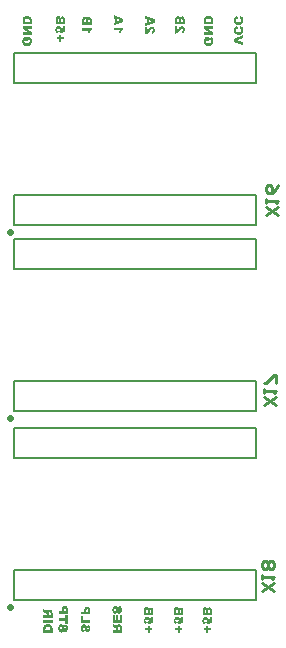
<source format=gbo>
G04*
G04 #@! TF.GenerationSoftware,Altium Limited,Altium Designer,24.2.2 (26)*
G04*
G04 Layer_Color=32896*
%FSLAX43Y43*%
%MOMM*%
G71*
G04*
G04 #@! TF.SameCoordinates,FB4AC1D3-029A-4C58-91C8-636A0C7E52CF*
G04*
G04*
G04 #@! TF.FilePolarity,Positive*
G04*
G01*
G75*
%ADD10C,0.600*%
%ADD11C,0.200*%
%ADD13C,0.254*%
G36*
X34421Y8635D02*
X34445Y8631D01*
X34466Y8624D01*
X34483Y8617D01*
X34497Y8610D01*
X34508Y8603D01*
X34514Y8599D01*
X34517Y8597D01*
X34534Y8580D01*
X34548Y8562D01*
X34561Y8541D01*
X34570Y8521D01*
X34577Y8503D01*
X34582Y8489D01*
X34584Y8483D01*
Y8479D01*
X34586Y8476D01*
Y8475D01*
X34594Y8494D01*
X34603Y8511D01*
X34611Y8525D01*
X34620Y8537D01*
X34627Y8546D01*
X34632Y8552D01*
X34637Y8556D01*
X34638Y8558D01*
X34658Y8572D01*
X34678Y8583D01*
X34697Y8590D01*
X34716Y8596D01*
X34731Y8599D01*
X34744Y8601D01*
X34752D01*
X34754D01*
X34755D01*
X34771D01*
X34785Y8599D01*
X34811Y8592D01*
X34834Y8582D01*
X34854Y8572D01*
X34871Y8561D01*
X34882Y8551D01*
X34889Y8544D01*
X34892Y8542D01*
Y8541D01*
X34910Y8515D01*
X34924Y8489D01*
X34934Y8460D01*
X34941Y8432D01*
X34945Y8407D01*
X34947Y8397D01*
Y8387D01*
X34948Y8380D01*
Y7922D01*
X34176D01*
Y8346D01*
X34177Y8362D01*
X34179Y8379D01*
X34181Y8397D01*
X34183Y8414D01*
X34184Y8428D01*
Y8434D01*
X34186Y8438D01*
Y8441D01*
X34190Y8462D01*
X34193Y8480D01*
X34197Y8496D01*
X34201Y8508D01*
X34205Y8518D01*
X34208Y8525D01*
X34211Y8530D01*
Y8531D01*
X34222Y8548D01*
X34235Y8563D01*
X34248Y8577D01*
X34260Y8589D01*
X34270Y8597D01*
X34279Y8603D01*
X34286Y8607D01*
X34287Y8608D01*
X34305Y8618D01*
X34324Y8625D01*
X34342Y8630D01*
X34359Y8634D01*
X34373Y8635D01*
X34384Y8637D01*
X34391D01*
X34394D01*
X34421Y8635D01*
D02*
G37*
G36*
X34467Y7799D02*
X34486Y7798D01*
X34520Y7789D01*
X34551Y7778D01*
X34576Y7764D01*
X34596Y7750D01*
X34604Y7744D01*
X34611Y7739D01*
X34617Y7734D01*
X34621Y7730D01*
X34623Y7729D01*
X34624Y7727D01*
X34637Y7713D01*
X34648Y7699D01*
X34656Y7684D01*
X34665Y7668D01*
X34678Y7637D01*
X34686Y7606D01*
X34690Y7581D01*
X34693Y7570D01*
Y7560D01*
X34694Y7551D01*
Y7540D01*
X34693Y7515D01*
X34692Y7503D01*
X34690Y7493D01*
X34689Y7484D01*
X34687Y7476D01*
X34686Y7472D01*
Y7471D01*
X34679Y7445D01*
X34675Y7433D01*
X34670Y7422D01*
X34666Y7413D01*
X34663Y7405D01*
X34662Y7400D01*
X34661Y7399D01*
X34776Y7417D01*
Y7764D01*
X34948D01*
Y7254D01*
X34532Y7186D01*
X34506Y7368D01*
X34515Y7378D01*
X34524Y7386D01*
X34531Y7395D01*
X34537Y7402D01*
X34541Y7407D01*
X34544Y7412D01*
X34546Y7414D01*
Y7416D01*
X34552Y7427D01*
X34555Y7438D01*
X34561Y7457D01*
Y7465D01*
X34562Y7471D01*
Y7476D01*
X34561Y7493D01*
X34556Y7510D01*
X34552Y7523D01*
X34546Y7534D01*
X34539Y7544D01*
X34535Y7550D01*
X34531Y7554D01*
X34530Y7555D01*
X34515Y7565D01*
X34500Y7572D01*
X34483Y7578D01*
X34466Y7581D01*
X34452Y7584D01*
X34439Y7585D01*
X34431D01*
X34429D01*
X34428D01*
X34404Y7584D01*
X34384Y7581D01*
X34367Y7575D01*
X34353Y7571D01*
X34342Y7565D01*
X34335Y7560D01*
X34329Y7557D01*
X34328Y7555D01*
X34317Y7544D01*
X34308Y7531D01*
X34303Y7519D01*
X34298Y7507D01*
X34296Y7496D01*
X34294Y7488D01*
Y7481D01*
X34296Y7467D01*
X34298Y7453D01*
X34303Y7440D01*
X34308Y7430D01*
X34312Y7422D01*
X34317Y7416D01*
X34319Y7412D01*
X34321Y7410D01*
X34332Y7400D01*
X34345Y7393D01*
X34358Y7386D01*
X34370Y7382D01*
X34382Y7379D01*
X34391Y7376D01*
X34397Y7375D01*
X34400D01*
X34376Y7158D01*
X34356Y7164D01*
X34338Y7171D01*
X34322Y7176D01*
X34310Y7183D01*
X34298Y7187D01*
X34291Y7192D01*
X34286Y7195D01*
X34284Y7196D01*
X34259Y7216D01*
X34248Y7226D01*
X34239Y7235D01*
X34231Y7245D01*
X34225Y7252D01*
X34221Y7257D01*
X34219Y7258D01*
X34201Y7289D01*
X34194Y7304D01*
X34188Y7320D01*
X34183Y7333D01*
X34180Y7343D01*
X34179Y7348D01*
X34177Y7351D01*
X34173Y7372D01*
X34169Y7395D01*
X34166Y7417D01*
X34164Y7437D01*
Y7455D01*
X34163Y7469D01*
Y7482D01*
X34164Y7520D01*
X34169Y7554D01*
X34174Y7585D01*
X34181Y7610D01*
X34187Y7630D01*
X34190Y7639D01*
X34193Y7644D01*
X34195Y7650D01*
X34197Y7654D01*
X34198Y7656D01*
Y7657D01*
X34214Y7681D01*
X34231Y7702D01*
X34248Y7720D01*
X34264Y7736D01*
X34280Y7747D01*
X34293Y7756D01*
X34301Y7761D01*
X34303Y7763D01*
X34304D01*
X34329Y7775D01*
X34356Y7785D01*
X34380Y7791D01*
X34401Y7796D01*
X34421Y7799D01*
X34435Y7801D01*
X34441D01*
X34445D01*
X34446D01*
X34448D01*
X34467Y7799D01*
D02*
G37*
G36*
X34647Y6849D02*
X34850D01*
Y6679D01*
X34647D01*
Y6477D01*
X34476D01*
Y6679D01*
X34274D01*
Y6849D01*
X34476D01*
Y7052D01*
X34647D01*
Y6849D01*
D02*
G37*
G36*
X32008Y8635D02*
X32032Y8631D01*
X32053Y8624D01*
X32070Y8617D01*
X32084Y8610D01*
X32095Y8603D01*
X32101Y8599D01*
X32104Y8597D01*
X32121Y8580D01*
X32135Y8562D01*
X32148Y8541D01*
X32157Y8521D01*
X32164Y8503D01*
X32169Y8489D01*
X32172Y8483D01*
Y8479D01*
X32173Y8476D01*
Y8475D01*
X32181Y8494D01*
X32190Y8511D01*
X32198Y8525D01*
X32207Y8537D01*
X32214Y8546D01*
X32219Y8552D01*
X32224Y8556D01*
X32225Y8558D01*
X32245Y8572D01*
X32265Y8583D01*
X32284Y8590D01*
X32303Y8596D01*
X32318Y8599D01*
X32331Y8601D01*
X32339D01*
X32341D01*
X32342D01*
X32358D01*
X32372Y8599D01*
X32398Y8592D01*
X32421Y8582D01*
X32441Y8572D01*
X32458Y8561D01*
X32469Y8551D01*
X32476Y8544D01*
X32479Y8542D01*
Y8541D01*
X32497Y8515D01*
X32511Y8489D01*
X32521Y8460D01*
X32528Y8432D01*
X32532Y8407D01*
X32534Y8397D01*
Y8387D01*
X32535Y8380D01*
Y7922D01*
X31763D01*
Y8346D01*
X31764Y8362D01*
X31766Y8379D01*
X31768Y8397D01*
X31770Y8414D01*
X31771Y8428D01*
Y8434D01*
X31773Y8438D01*
Y8441D01*
X31777Y8462D01*
X31780Y8480D01*
X31784Y8496D01*
X31788Y8508D01*
X31792Y8518D01*
X31795Y8525D01*
X31798Y8530D01*
Y8531D01*
X31809Y8548D01*
X31822Y8563D01*
X31835Y8577D01*
X31847Y8589D01*
X31857Y8597D01*
X31866Y8603D01*
X31873Y8607D01*
X31874Y8608D01*
X31892Y8618D01*
X31911Y8625D01*
X31929Y8630D01*
X31946Y8634D01*
X31960Y8635D01*
X31971Y8637D01*
X31978D01*
X31981D01*
X32008Y8635D01*
D02*
G37*
G36*
X32055Y7799D02*
X32073Y7798D01*
X32107Y7789D01*
X32138Y7778D01*
X32163Y7764D01*
X32183Y7750D01*
X32191Y7744D01*
X32198Y7739D01*
X32204Y7734D01*
X32208Y7730D01*
X32210Y7729D01*
X32211Y7727D01*
X32224Y7713D01*
X32235Y7699D01*
X32243Y7684D01*
X32252Y7668D01*
X32265Y7637D01*
X32273Y7606D01*
X32277Y7581D01*
X32280Y7570D01*
Y7560D01*
X32281Y7551D01*
Y7540D01*
X32280Y7515D01*
X32279Y7503D01*
X32277Y7493D01*
X32276Y7484D01*
X32274Y7476D01*
X32273Y7472D01*
Y7471D01*
X32266Y7445D01*
X32262Y7433D01*
X32257Y7422D01*
X32253Y7413D01*
X32250Y7405D01*
X32249Y7400D01*
X32248Y7399D01*
X32363Y7417D01*
Y7764D01*
X32535D01*
Y7254D01*
X32119Y7186D01*
X32093Y7368D01*
X32102Y7378D01*
X32111Y7386D01*
X32118Y7395D01*
X32124Y7402D01*
X32128Y7407D01*
X32131Y7412D01*
X32133Y7414D01*
Y7416D01*
X32139Y7427D01*
X32142Y7438D01*
X32148Y7457D01*
Y7465D01*
X32149Y7471D01*
Y7476D01*
X32148Y7493D01*
X32143Y7510D01*
X32139Y7523D01*
X32133Y7534D01*
X32126Y7544D01*
X32122Y7550D01*
X32118Y7554D01*
X32117Y7555D01*
X32102Y7565D01*
X32087Y7572D01*
X32070Y7578D01*
X32053Y7581D01*
X32039Y7584D01*
X32026Y7585D01*
X32018D01*
X32016D01*
X32015D01*
X31991Y7584D01*
X31971Y7581D01*
X31954Y7575D01*
X31940Y7571D01*
X31929Y7565D01*
X31922Y7560D01*
X31916Y7557D01*
X31915Y7555D01*
X31904Y7544D01*
X31895Y7531D01*
X31890Y7519D01*
X31885Y7507D01*
X31883Y7496D01*
X31881Y7488D01*
Y7481D01*
X31883Y7467D01*
X31885Y7453D01*
X31890Y7440D01*
X31895Y7430D01*
X31899Y7422D01*
X31904Y7416D01*
X31906Y7412D01*
X31908Y7410D01*
X31919Y7400D01*
X31932Y7393D01*
X31945Y7386D01*
X31957Y7382D01*
X31969Y7379D01*
X31978Y7376D01*
X31984Y7375D01*
X31987D01*
X31963Y7158D01*
X31943Y7164D01*
X31925Y7171D01*
X31909Y7176D01*
X31897Y7183D01*
X31885Y7187D01*
X31878Y7192D01*
X31873Y7195D01*
X31871Y7196D01*
X31846Y7216D01*
X31835Y7226D01*
X31826Y7235D01*
X31818Y7245D01*
X31812Y7252D01*
X31808Y7257D01*
X31806Y7258D01*
X31788Y7289D01*
X31781Y7304D01*
X31775Y7320D01*
X31770Y7333D01*
X31767Y7343D01*
X31766Y7348D01*
X31764Y7351D01*
X31760Y7372D01*
X31756Y7395D01*
X31753Y7417D01*
X31751Y7437D01*
Y7455D01*
X31750Y7469D01*
Y7482D01*
X31751Y7520D01*
X31756Y7554D01*
X31761Y7585D01*
X31768Y7610D01*
X31774Y7630D01*
X31777Y7639D01*
X31780Y7644D01*
X31782Y7650D01*
X31784Y7654D01*
X31785Y7656D01*
Y7657D01*
X31801Y7681D01*
X31818Y7702D01*
X31835Y7720D01*
X31851Y7736D01*
X31867Y7747D01*
X31880Y7756D01*
X31888Y7761D01*
X31890Y7763D01*
X31891D01*
X31916Y7775D01*
X31943Y7785D01*
X31967Y7791D01*
X31988Y7796D01*
X32008Y7799D01*
X32022Y7801D01*
X32028D01*
X32032D01*
X32033D01*
X32035D01*
X32055Y7799D01*
D02*
G37*
G36*
X32234Y6849D02*
X32437D01*
Y6679D01*
X32234D01*
Y6477D01*
X32063D01*
Y6679D01*
X31861D01*
Y6849D01*
X32063D01*
Y7052D01*
X32234D01*
Y6849D01*
D02*
G37*
G36*
X29468Y8635D02*
X29492Y8631D01*
X29513Y8624D01*
X29530Y8617D01*
X29544Y8610D01*
X29555Y8603D01*
X29561Y8599D01*
X29564Y8597D01*
X29581Y8580D01*
X29595Y8562D01*
X29608Y8541D01*
X29617Y8521D01*
X29624Y8503D01*
X29629Y8489D01*
X29632Y8483D01*
Y8479D01*
X29633Y8476D01*
Y8475D01*
X29641Y8494D01*
X29650Y8511D01*
X29658Y8525D01*
X29667Y8537D01*
X29674Y8546D01*
X29679Y8552D01*
X29684Y8556D01*
X29685Y8558D01*
X29705Y8572D01*
X29725Y8583D01*
X29744Y8590D01*
X29763Y8596D01*
X29778Y8599D01*
X29791Y8601D01*
X29799D01*
X29801D01*
X29802D01*
X29818D01*
X29832Y8599D01*
X29858Y8592D01*
X29881Y8582D01*
X29901Y8572D01*
X29918Y8561D01*
X29929Y8551D01*
X29936Y8544D01*
X29939Y8542D01*
Y8541D01*
X29957Y8515D01*
X29971Y8489D01*
X29981Y8460D01*
X29988Y8432D01*
X29992Y8407D01*
X29994Y8397D01*
Y8387D01*
X29995Y8380D01*
Y7922D01*
X29223D01*
Y8346D01*
X29224Y8362D01*
X29226Y8379D01*
X29228Y8397D01*
X29230Y8414D01*
X29231Y8428D01*
Y8434D01*
X29233Y8438D01*
Y8441D01*
X29237Y8462D01*
X29240Y8480D01*
X29244Y8496D01*
X29248Y8508D01*
X29252Y8518D01*
X29255Y8525D01*
X29258Y8530D01*
Y8531D01*
X29269Y8548D01*
X29282Y8563D01*
X29295Y8577D01*
X29307Y8589D01*
X29317Y8597D01*
X29326Y8603D01*
X29333Y8607D01*
X29334Y8608D01*
X29352Y8618D01*
X29371Y8625D01*
X29389Y8630D01*
X29406Y8634D01*
X29420Y8635D01*
X29431Y8637D01*
X29438D01*
X29441D01*
X29468Y8635D01*
D02*
G37*
G36*
X29514Y7799D02*
X29533Y7798D01*
X29567Y7789D01*
X29598Y7778D01*
X29623Y7764D01*
X29643Y7750D01*
X29651Y7744D01*
X29658Y7739D01*
X29664Y7734D01*
X29668Y7730D01*
X29670Y7729D01*
X29671Y7727D01*
X29684Y7713D01*
X29695Y7699D01*
X29703Y7684D01*
X29712Y7668D01*
X29725Y7637D01*
X29733Y7606D01*
X29737Y7581D01*
X29740Y7570D01*
Y7560D01*
X29741Y7551D01*
Y7540D01*
X29740Y7515D01*
X29739Y7503D01*
X29737Y7493D01*
X29736Y7484D01*
X29734Y7476D01*
X29733Y7472D01*
Y7471D01*
X29726Y7445D01*
X29722Y7433D01*
X29717Y7422D01*
X29713Y7413D01*
X29710Y7405D01*
X29709Y7400D01*
X29708Y7399D01*
X29823Y7417D01*
Y7764D01*
X29995D01*
Y7254D01*
X29579Y7186D01*
X29553Y7368D01*
X29562Y7378D01*
X29571Y7386D01*
X29578Y7395D01*
X29584Y7402D01*
X29588Y7407D01*
X29591Y7412D01*
X29593Y7414D01*
Y7416D01*
X29599Y7427D01*
X29602Y7438D01*
X29608Y7457D01*
Y7465D01*
X29609Y7471D01*
Y7476D01*
X29608Y7493D01*
X29603Y7510D01*
X29599Y7523D01*
X29593Y7534D01*
X29586Y7544D01*
X29582Y7550D01*
X29578Y7554D01*
X29577Y7555D01*
X29562Y7565D01*
X29547Y7572D01*
X29530Y7578D01*
X29513Y7581D01*
X29499Y7584D01*
X29486Y7585D01*
X29478D01*
X29476D01*
X29475D01*
X29451Y7584D01*
X29431Y7581D01*
X29414Y7575D01*
X29400Y7571D01*
X29389Y7565D01*
X29382Y7560D01*
X29376Y7557D01*
X29375Y7555D01*
X29364Y7544D01*
X29355Y7531D01*
X29350Y7519D01*
X29345Y7507D01*
X29343Y7496D01*
X29341Y7488D01*
Y7481D01*
X29343Y7467D01*
X29345Y7453D01*
X29350Y7440D01*
X29355Y7430D01*
X29359Y7422D01*
X29364Y7416D01*
X29366Y7412D01*
X29368Y7410D01*
X29379Y7400D01*
X29392Y7393D01*
X29405Y7386D01*
X29417Y7382D01*
X29428Y7379D01*
X29438Y7376D01*
X29444Y7375D01*
X29447D01*
X29423Y7158D01*
X29403Y7164D01*
X29385Y7171D01*
X29369Y7176D01*
X29357Y7183D01*
X29345Y7187D01*
X29338Y7192D01*
X29333Y7195D01*
X29331Y7196D01*
X29306Y7216D01*
X29295Y7226D01*
X29286Y7235D01*
X29278Y7245D01*
X29272Y7252D01*
X29268Y7257D01*
X29266Y7258D01*
X29248Y7289D01*
X29241Y7304D01*
X29235Y7320D01*
X29230Y7333D01*
X29227Y7343D01*
X29226Y7348D01*
X29224Y7351D01*
X29220Y7372D01*
X29216Y7395D01*
X29213Y7417D01*
X29211Y7437D01*
Y7455D01*
X29210Y7469D01*
Y7482D01*
X29211Y7520D01*
X29216Y7554D01*
X29221Y7585D01*
X29228Y7610D01*
X29234Y7630D01*
X29237Y7639D01*
X29240Y7644D01*
X29242Y7650D01*
X29244Y7654D01*
X29245Y7656D01*
Y7657D01*
X29261Y7681D01*
X29278Y7702D01*
X29295Y7720D01*
X29312Y7736D01*
X29327Y7747D01*
X29340Y7756D01*
X29348Y7761D01*
X29350Y7763D01*
X29351D01*
X29376Y7775D01*
X29403Y7785D01*
X29427Y7791D01*
X29448Y7796D01*
X29468Y7799D01*
X29482Y7801D01*
X29488D01*
X29492D01*
X29493D01*
X29495D01*
X29514Y7799D01*
D02*
G37*
G36*
X29694Y6849D02*
X29897D01*
Y6679D01*
X29694D01*
Y6477D01*
X29523D01*
Y6679D01*
X29321D01*
Y6849D01*
X29523D01*
Y7052D01*
X29694D01*
Y6849D01*
D02*
G37*
G36*
X26829Y8752D02*
X26852Y8749D01*
X26870Y8744D01*
X26887Y8738D01*
X26901Y8733D01*
X26912Y8727D01*
X26918Y8724D01*
X26921Y8723D01*
X26939Y8710D01*
X26956Y8694D01*
X26970Y8678D01*
X26983Y8662D01*
X26993Y8647D01*
X27000Y8635D01*
X27004Y8627D01*
X27005Y8625D01*
Y8624D01*
X27012Y8610D01*
X27018Y8594D01*
X27031Y8561D01*
X27043Y8522D01*
X27053Y8486D01*
X27058Y8469D01*
X27062Y8452D01*
X27066Y8436D01*
X27069Y8424D01*
X27072Y8414D01*
X27073Y8405D01*
X27074Y8400D01*
Y8398D01*
X27079Y8377D01*
X27084Y8360D01*
X27089Y8346D01*
X27093Y8336D01*
X27097Y8328D01*
X27100Y8324D01*
X27103Y8321D01*
Y8319D01*
X27108Y8314D01*
X27114Y8310D01*
X27125Y8305D01*
X27134Y8303D01*
X27135D01*
X27136D01*
X27145Y8304D01*
X27153Y8305D01*
X27167Y8312D01*
X27176Y8319D01*
X27177Y8321D01*
X27179Y8322D01*
X27184Y8331D01*
X27190Y8341D01*
X27194Y8362D01*
X27196Y8372D01*
X27197Y8379D01*
Y8386D01*
X27196Y8404D01*
X27193Y8420D01*
X27190Y8434D01*
X27186Y8445D01*
X27180Y8453D01*
X27177Y8459D01*
X27175Y8463D01*
X27173Y8465D01*
X27163Y8475D01*
X27151Y8483D01*
X27138Y8489D01*
X27127Y8494D01*
X27115Y8499D01*
X27105Y8501D01*
X27100Y8503D01*
X27097D01*
X27110Y8728D01*
X27131Y8724D01*
X27152Y8720D01*
X27170Y8714D01*
X27187Y8707D01*
X27203Y8700D01*
X27218Y8692D01*
X27231Y8685D01*
X27242Y8676D01*
X27261Y8661D01*
X27275Y8648D01*
X27282Y8638D01*
X27285Y8637D01*
Y8635D01*
X27294Y8620D01*
X27303Y8603D01*
X27317Y8568D01*
X27327Y8530D01*
X27334Y8493D01*
X27337Y8476D01*
X27338Y8460D01*
X27339Y8446D01*
Y8434D01*
X27341Y8424D01*
Y8410D01*
X27339Y8367D01*
X27337Y8329D01*
X27331Y8297D01*
X27328Y8281D01*
X27325Y8269D01*
X27323Y8257D01*
X27320Y8248D01*
X27317Y8239D01*
X27314Y8232D01*
X27313Y8226D01*
X27311Y8222D01*
X27310Y8221D01*
Y8219D01*
X27297Y8195D01*
X27285Y8174D01*
X27270Y8156D01*
X27258Y8142D01*
X27245Y8131D01*
X27235Y8122D01*
X27230Y8116D01*
X27227Y8115D01*
X27207Y8104D01*
X27187Y8095D01*
X27167Y8090D01*
X27151Y8085D01*
X27136Y8083D01*
X27124Y8081D01*
X27117D01*
X27115D01*
X27114D01*
X27097Y8083D01*
X27082Y8084D01*
X27053Y8091D01*
X27028Y8102D01*
X27007Y8115D01*
X26988Y8126D01*
X26976Y8138D01*
X26969Y8145D01*
X26967Y8147D01*
X26966D01*
X26955Y8162D01*
X26945Y8177D01*
X26926Y8211D01*
X26911Y8248D01*
X26897Y8286D01*
X26891Y8303D01*
X26887Y8318D01*
X26883Y8334D01*
X26879Y8346D01*
X26877Y8356D01*
X26874Y8365D01*
X26873Y8370D01*
Y8372D01*
X26869Y8389D01*
X26864Y8404D01*
X26862Y8418D01*
X26857Y8431D01*
X26849Y8452D01*
X26842Y8469D01*
X26836Y8480D01*
X26832Y8489D01*
X26829Y8493D01*
X26828Y8494D01*
X26819Y8503D01*
X26809Y8510D01*
X26801Y8514D01*
X26793Y8518D01*
X26785Y8520D01*
X26780Y8521D01*
X26776D01*
X26774D01*
X26763Y8520D01*
X26752Y8517D01*
X26742Y8513D01*
X26733Y8507D01*
X26728Y8501D01*
X26722Y8497D01*
X26719Y8494D01*
X26718Y8493D01*
X26711Y8482D01*
X26705Y8469D01*
X26701Y8456D01*
X26698Y8444D01*
X26697Y8431D01*
X26695Y8422D01*
Y8414D01*
X26697Y8390D01*
X26702Y8369D01*
X26709Y8350D01*
X26719Y8335D01*
X26728Y8324D01*
X26735Y8315D01*
X26740Y8310D01*
X26742Y8308D01*
X26753Y8301D01*
X26767Y8294D01*
X26795Y8286D01*
X26807Y8281D01*
X26816Y8280D01*
X26824Y8279D01*
X26826D01*
X26811Y8052D01*
X26790Y8054D01*
X26769Y8059D01*
X26732Y8069D01*
X26698Y8083D01*
X26670Y8098D01*
X26659Y8105D01*
X26647Y8112D01*
X26639Y8119D01*
X26632Y8125D01*
X26626Y8129D01*
X26622Y8133D01*
X26619Y8135D01*
X26618Y8136D01*
X26605Y8152D01*
X26594Y8170D01*
X26582Y8190D01*
X26574Y8211D01*
X26561Y8256D01*
X26553Y8301D01*
X26549Y8324D01*
X26547Y8343D01*
X26546Y8362D01*
X26544Y8377D01*
X26543Y8391D01*
Y8410D01*
X26544Y8451D01*
X26547Y8486D01*
X26553Y8518D01*
X26559Y8545D01*
X26561Y8556D01*
X26564Y8566D01*
X26567Y8576D01*
X26570Y8583D01*
X26571Y8589D01*
X26573Y8593D01*
X26574Y8594D01*
Y8596D01*
X26588Y8623D01*
X26602Y8645D01*
X26618Y8665D01*
X26633Y8682D01*
X26647Y8694D01*
X26659Y8704D01*
X26666Y8710D01*
X26668Y8711D01*
X26692Y8725D01*
X26716Y8735D01*
X26740Y8744D01*
X26761Y8748D01*
X26780Y8751D01*
X26794Y8754D01*
X26800D01*
X26804D01*
X26805D01*
X26807D01*
X26829Y8752D01*
D02*
G37*
G36*
X26730Y7554D02*
X26883D01*
Y7925D01*
X27041D01*
Y7554D01*
X27163D01*
Y7954D01*
X27328D01*
Y7314D01*
X26556D01*
Y7966D01*
X26730D01*
Y7554D01*
D02*
G37*
G36*
X26778Y7121D02*
X26785Y7117D01*
X26793Y7113D01*
X26809Y7102D01*
X26815Y7096D01*
X26821Y7092D01*
X26825Y7089D01*
X26826Y7087D01*
X26838Y7079D01*
X26846Y7070D01*
X26853Y7065D01*
X26859Y7059D01*
X26863Y7055D01*
X26866Y7052D01*
X26867Y7049D01*
X26873Y7041D01*
X26877Y7031D01*
X26887Y7011D01*
X26890Y7001D01*
X26893Y6994D01*
X26895Y6989D01*
Y6987D01*
X26901Y7006D01*
X26905Y7023D01*
X26911Y7037D01*
X26915Y7049D01*
X26919Y7058D01*
X26924Y7065D01*
X26925Y7069D01*
X26926Y7070D01*
X26938Y7087D01*
X26950Y7103D01*
X26963Y7116D01*
X26974Y7127D01*
X26986Y7135D01*
X26994Y7142D01*
X27000Y7145D01*
X27001Y7147D01*
X27019Y7156D01*
X27039Y7164D01*
X27058Y7168D01*
X27074Y7172D01*
X27090Y7173D01*
X27101Y7175D01*
X27110D01*
X27113D01*
X27139Y7173D01*
X27163Y7169D01*
X27184Y7164D01*
X27203Y7156D01*
X27218Y7149D01*
X27230Y7144D01*
X27235Y7140D01*
X27238Y7138D01*
X27256Y7124D01*
X27270Y7109D01*
X27283Y7093D01*
X27293Y7078D01*
X27300Y7065D01*
X27304Y7054D01*
X27307Y7047D01*
X27308Y7044D01*
X27316Y7020D01*
X27320Y6993D01*
X27324Y6965D01*
X27325Y6938D01*
X27327Y6913D01*
X27328Y6903D01*
Y6477D01*
X26556D01*
Y6717D01*
X26869D01*
Y6736D01*
X26867Y6749D01*
X26866Y6760D01*
X26863Y6770D01*
X26860Y6779D01*
X26856Y6786D01*
X26853Y6791D01*
X26852Y6794D01*
X26850Y6796D01*
X26843Y6803D01*
X26835Y6811D01*
X26815Y6825D01*
X26807Y6831D01*
X26798Y6835D01*
X26793Y6838D01*
X26791Y6839D01*
X26556Y6968D01*
Y7238D01*
X26778Y7121D01*
D02*
G37*
G36*
X24464Y8670D02*
X24499Y8663D01*
X24529Y8652D01*
X24554Y8641D01*
X24574Y8630D01*
X24588Y8618D01*
X24592Y8614D01*
X24596Y8611D01*
X24599Y8610D01*
Y8608D01*
X24610Y8596D01*
X24620Y8582D01*
X24634Y8551D01*
X24646Y8518D01*
X24654Y8487D01*
X24658Y8459D01*
X24660Y8446D01*
Y8435D01*
X24661Y8427D01*
Y8018D01*
X23889D01*
Y8257D01*
X24176D01*
Y8387D01*
X24178Y8414D01*
X24179Y8438D01*
X24182Y8460D01*
X24186Y8482D01*
X24192Y8501D01*
X24197Y8520D01*
X24203Y8535D01*
X24209Y8549D01*
X24214Y8562D01*
X24220Y8573D01*
X24226Y8582D01*
X24231Y8590D01*
X24235Y8596D01*
X24238Y8600D01*
X24241Y8601D01*
Y8603D01*
X24254Y8616D01*
X24268Y8627D01*
X24282Y8635D01*
X24298Y8644D01*
X24329Y8656D01*
X24358Y8665D01*
X24383Y8669D01*
X24395Y8672D01*
X24405D01*
X24413Y8673D01*
X24419D01*
X24423D01*
X24424D01*
X24446D01*
X24464Y8670D01*
D02*
G37*
G36*
X24079Y7537D02*
X24661D01*
Y7299D01*
X23889D01*
Y7911D01*
X24079D01*
Y7537D01*
D02*
G37*
G36*
X24162Y7178D02*
X24185Y7175D01*
X24203Y7169D01*
X24220Y7164D01*
X24234Y7158D01*
X24245Y7152D01*
X24251Y7149D01*
X24254Y7148D01*
X24272Y7135D01*
X24289Y7120D01*
X24303Y7103D01*
X24316Y7087D01*
X24326Y7072D01*
X24333Y7061D01*
X24337Y7052D01*
X24338Y7051D01*
Y7049D01*
X24345Y7035D01*
X24351Y7020D01*
X24364Y6986D01*
X24376Y6948D01*
X24386Y6911D01*
X24391Y6894D01*
X24395Y6877D01*
X24399Y6862D01*
X24402Y6849D01*
X24405Y6839D01*
X24406Y6831D01*
X24407Y6825D01*
Y6824D01*
X24412Y6803D01*
X24417Y6786D01*
X24422Y6772D01*
X24426Y6762D01*
X24430Y6753D01*
X24433Y6749D01*
X24436Y6746D01*
Y6745D01*
X24441Y6739D01*
X24447Y6735D01*
X24458Y6731D01*
X24467Y6728D01*
X24468D01*
X24469D01*
X24478Y6729D01*
X24486Y6731D01*
X24500Y6738D01*
X24509Y6745D01*
X24510Y6746D01*
X24512Y6748D01*
X24517Y6756D01*
X24523Y6766D01*
X24527Y6787D01*
X24529Y6797D01*
X24530Y6804D01*
Y6811D01*
X24529Y6829D01*
X24526Y6845D01*
X24523Y6859D01*
X24519Y6870D01*
X24513Y6879D01*
X24510Y6884D01*
X24508Y6889D01*
X24506Y6890D01*
X24496Y6900D01*
X24484Y6908D01*
X24471Y6914D01*
X24460Y6920D01*
X24448Y6924D01*
X24438Y6927D01*
X24433Y6928D01*
X24430D01*
X24443Y7154D01*
X24464Y7149D01*
X24485Y7145D01*
X24503Y7140D01*
X24520Y7133D01*
X24536Y7125D01*
X24551Y7117D01*
X24564Y7110D01*
X24575Y7101D01*
X24594Y7086D01*
X24608Y7073D01*
X24615Y7063D01*
X24618Y7062D01*
Y7061D01*
X24627Y7045D01*
X24636Y7028D01*
X24650Y6993D01*
X24660Y6955D01*
X24667Y6918D01*
X24670Y6901D01*
X24671Y6886D01*
X24672Y6872D01*
Y6859D01*
X24674Y6849D01*
Y6835D01*
X24672Y6793D01*
X24670Y6755D01*
X24664Y6722D01*
X24661Y6707D01*
X24658Y6694D01*
X24656Y6683D01*
X24653Y6673D01*
X24650Y6664D01*
X24647Y6657D01*
X24646Y6652D01*
X24644Y6648D01*
X24643Y6646D01*
Y6645D01*
X24630Y6621D01*
X24618Y6600D01*
X24603Y6581D01*
X24591Y6567D01*
X24578Y6556D01*
X24568Y6547D01*
X24563Y6542D01*
X24560Y6540D01*
X24540Y6529D01*
X24520Y6521D01*
X24500Y6515D01*
X24484Y6511D01*
X24469Y6508D01*
X24457Y6507D01*
X24450D01*
X24448D01*
X24447D01*
X24430Y6508D01*
X24415Y6509D01*
X24386Y6516D01*
X24361Y6528D01*
X24340Y6540D01*
X24321Y6552D01*
X24309Y6563D01*
X24302Y6570D01*
X24300Y6573D01*
X24299D01*
X24288Y6587D01*
X24278Y6602D01*
X24259Y6636D01*
X24244Y6673D01*
X24230Y6711D01*
X24224Y6728D01*
X24220Y6743D01*
X24216Y6759D01*
X24212Y6772D01*
X24210Y6781D01*
X24207Y6790D01*
X24206Y6796D01*
Y6797D01*
X24202Y6814D01*
X24197Y6829D01*
X24195Y6844D01*
X24190Y6856D01*
X24182Y6877D01*
X24175Y6894D01*
X24169Y6906D01*
X24165Y6914D01*
X24162Y6918D01*
X24161Y6920D01*
X24152Y6928D01*
X24142Y6935D01*
X24134Y6939D01*
X24126Y6944D01*
X24118Y6945D01*
X24113Y6946D01*
X24109D01*
X24107D01*
X24096Y6945D01*
X24085Y6942D01*
X24075Y6938D01*
X24066Y6932D01*
X24061Y6927D01*
X24055Y6922D01*
X24052Y6920D01*
X24051Y6918D01*
X24044Y6907D01*
X24038Y6894D01*
X24034Y6882D01*
X24031Y6869D01*
X24030Y6856D01*
X24028Y6848D01*
Y6839D01*
X24030Y6815D01*
X24035Y6794D01*
X24042Y6776D01*
X24052Y6760D01*
X24061Y6749D01*
X24068Y6741D01*
X24073Y6735D01*
X24075Y6734D01*
X24086Y6727D01*
X24100Y6719D01*
X24128Y6711D01*
X24140Y6707D01*
X24149Y6705D01*
X24157Y6704D01*
X24159D01*
X24144Y6477D01*
X24123Y6480D01*
X24102Y6484D01*
X24065Y6494D01*
X24031Y6508D01*
X24003Y6524D01*
X23992Y6531D01*
X23980Y6538D01*
X23972Y6545D01*
X23965Y6550D01*
X23959Y6555D01*
X23955Y6559D01*
X23952Y6560D01*
X23951Y6562D01*
X23938Y6577D01*
X23927Y6595D01*
X23915Y6615D01*
X23907Y6636D01*
X23894Y6681D01*
X23886Y6727D01*
X23882Y6749D01*
X23880Y6769D01*
X23879Y6787D01*
X23877Y6803D01*
X23876Y6817D01*
Y6835D01*
X23877Y6876D01*
X23880Y6911D01*
X23886Y6944D01*
X23892Y6970D01*
X23894Y6982D01*
X23897Y6992D01*
X23900Y7001D01*
X23903Y7008D01*
X23904Y7014D01*
X23906Y7018D01*
X23907Y7020D01*
Y7021D01*
X23921Y7048D01*
X23935Y7070D01*
X23951Y7090D01*
X23966Y7107D01*
X23980Y7120D01*
X23992Y7130D01*
X23999Y7135D01*
X24001Y7137D01*
X24025Y7151D01*
X24049Y7161D01*
X24073Y7169D01*
X24094Y7173D01*
X24113Y7176D01*
X24127Y7179D01*
X24133D01*
X24137D01*
X24138D01*
X24140D01*
X24162Y7178D01*
D02*
G37*
G36*
X22559Y8730D02*
X22594Y8723D01*
X22624Y8711D01*
X22649Y8700D01*
X22669Y8689D01*
X22683Y8678D01*
X22687Y8673D01*
X22691Y8670D01*
X22694Y8669D01*
Y8668D01*
X22705Y8655D01*
X22715Y8641D01*
X22729Y8610D01*
X22741Y8577D01*
X22749Y8546D01*
X22753Y8518D01*
X22755Y8506D01*
Y8494D01*
X22756Y8486D01*
Y8077D01*
X21984D01*
Y8317D01*
X22271D01*
Y8446D01*
X22273Y8473D01*
X22274Y8497D01*
X22277Y8520D01*
X22281Y8541D01*
X22287Y8561D01*
X22292Y8579D01*
X22298Y8594D01*
X22304Y8608D01*
X22309Y8621D01*
X22315Y8632D01*
X22321Y8641D01*
X22326Y8649D01*
X22330Y8655D01*
X22333Y8659D01*
X22336Y8661D01*
Y8662D01*
X22349Y8675D01*
X22363Y8686D01*
X22377Y8694D01*
X22392Y8703D01*
X22424Y8716D01*
X22453Y8724D01*
X22478Y8728D01*
X22490Y8731D01*
X22500D01*
X22508Y8733D01*
X22514D01*
X22518D01*
X22519D01*
X22541D01*
X22559Y8730D01*
D02*
G37*
G36*
X22756Y7244D02*
X22566D01*
Y7488D01*
X21984D01*
Y7726D01*
X22566D01*
Y7970D01*
X22756D01*
Y7244D01*
D02*
G37*
G36*
X22257Y7178D02*
X22280Y7175D01*
X22298Y7169D01*
X22315Y7164D01*
X22329Y7158D01*
X22340Y7152D01*
X22346Y7149D01*
X22349Y7148D01*
X22367Y7135D01*
X22384Y7120D01*
X22398Y7103D01*
X22411Y7087D01*
X22421Y7072D01*
X22428Y7061D01*
X22432Y7052D01*
X22433Y7051D01*
Y7049D01*
X22440Y7035D01*
X22446Y7020D01*
X22459Y6986D01*
X22471Y6948D01*
X22481Y6911D01*
X22486Y6894D01*
X22490Y6877D01*
X22494Y6862D01*
X22497Y6849D01*
X22500Y6839D01*
X22501Y6831D01*
X22502Y6825D01*
Y6824D01*
X22507Y6803D01*
X22512Y6786D01*
X22517Y6772D01*
X22521Y6762D01*
X22525Y6753D01*
X22528Y6749D01*
X22531Y6746D01*
Y6745D01*
X22536Y6739D01*
X22542Y6735D01*
X22553Y6731D01*
X22562Y6728D01*
X22563D01*
X22564D01*
X22573Y6729D01*
X22581Y6731D01*
X22596Y6738D01*
X22604Y6745D01*
X22605Y6746D01*
X22607Y6748D01*
X22612Y6756D01*
X22618Y6766D01*
X22622Y6787D01*
X22624Y6797D01*
X22625Y6804D01*
Y6811D01*
X22624Y6829D01*
X22621Y6845D01*
X22618Y6859D01*
X22614Y6870D01*
X22608Y6879D01*
X22605Y6884D01*
X22603Y6889D01*
X22601Y6890D01*
X22591Y6900D01*
X22579Y6908D01*
X22566Y6914D01*
X22555Y6920D01*
X22543Y6924D01*
X22533Y6927D01*
X22528Y6928D01*
X22525D01*
X22538Y7154D01*
X22559Y7149D01*
X22580Y7145D01*
X22598Y7140D01*
X22615Y7133D01*
X22631Y7125D01*
X22646Y7117D01*
X22659Y7110D01*
X22670Y7101D01*
X22689Y7086D01*
X22703Y7073D01*
X22710Y7063D01*
X22712Y7062D01*
Y7061D01*
X22722Y7045D01*
X22731Y7028D01*
X22745Y6993D01*
X22755Y6955D01*
X22762Y6918D01*
X22765Y6901D01*
X22766Y6886D01*
X22767Y6872D01*
Y6859D01*
X22769Y6849D01*
Y6835D01*
X22767Y6793D01*
X22765Y6755D01*
X22759Y6722D01*
X22756Y6707D01*
X22753Y6694D01*
X22751Y6683D01*
X22748Y6673D01*
X22745Y6664D01*
X22742Y6657D01*
X22741Y6652D01*
X22739Y6648D01*
X22738Y6646D01*
Y6645D01*
X22725Y6621D01*
X22712Y6600D01*
X22698Y6581D01*
X22686Y6567D01*
X22673Y6556D01*
X22663Y6547D01*
X22658Y6542D01*
X22655Y6540D01*
X22635Y6529D01*
X22615Y6521D01*
X22596Y6515D01*
X22579Y6511D01*
X22564Y6508D01*
X22552Y6507D01*
X22545D01*
X22543D01*
X22542D01*
X22525Y6508D01*
X22510Y6509D01*
X22481Y6516D01*
X22456Y6528D01*
X22435Y6540D01*
X22416Y6552D01*
X22404Y6563D01*
X22397Y6570D01*
X22395Y6573D01*
X22394D01*
X22383Y6587D01*
X22373Y6602D01*
X22354Y6636D01*
X22339Y6673D01*
X22325Y6711D01*
X22319Y6728D01*
X22315Y6743D01*
X22311Y6759D01*
X22307Y6772D01*
X22305Y6781D01*
X22302Y6790D01*
X22301Y6796D01*
Y6797D01*
X22297Y6814D01*
X22292Y6829D01*
X22290Y6844D01*
X22285Y6856D01*
X22277Y6877D01*
X22270Y6894D01*
X22264Y6906D01*
X22260Y6914D01*
X22257Y6918D01*
X22256Y6920D01*
X22247Y6928D01*
X22237Y6935D01*
X22229Y6939D01*
X22221Y6944D01*
X22213Y6945D01*
X22208Y6946D01*
X22204D01*
X22202D01*
X22191Y6945D01*
X22180Y6942D01*
X22170Y6938D01*
X22161Y6932D01*
X22156Y6927D01*
X22150Y6922D01*
X22147Y6920D01*
X22146Y6918D01*
X22139Y6907D01*
X22133Y6894D01*
X22129Y6882D01*
X22126Y6869D01*
X22125Y6856D01*
X22123Y6848D01*
Y6839D01*
X22125Y6815D01*
X22130Y6794D01*
X22137Y6776D01*
X22147Y6760D01*
X22156Y6749D01*
X22163Y6741D01*
X22168Y6735D01*
X22170Y6734D01*
X22181Y6727D01*
X22195Y6719D01*
X22223Y6711D01*
X22235Y6707D01*
X22244Y6705D01*
X22252Y6704D01*
X22254D01*
X22239Y6477D01*
X22218Y6480D01*
X22197Y6484D01*
X22160Y6494D01*
X22126Y6508D01*
X22098Y6524D01*
X22087Y6531D01*
X22075Y6538D01*
X22067Y6545D01*
X22060Y6550D01*
X22054Y6555D01*
X22050Y6559D01*
X22047Y6560D01*
X22046Y6562D01*
X22033Y6577D01*
X22022Y6595D01*
X22010Y6615D01*
X22002Y6636D01*
X21989Y6681D01*
X21981Y6727D01*
X21977Y6749D01*
X21975Y6769D01*
X21974Y6787D01*
X21972Y6803D01*
X21971Y6817D01*
Y6835D01*
X21972Y6876D01*
X21975Y6911D01*
X21981Y6944D01*
X21987Y6970D01*
X21989Y6982D01*
X21992Y6992D01*
X21995Y7001D01*
X21998Y7008D01*
X21999Y7014D01*
X22001Y7018D01*
X22002Y7020D01*
Y7021D01*
X22016Y7048D01*
X22030Y7070D01*
X22046Y7090D01*
X22061Y7107D01*
X22075Y7120D01*
X22087Y7130D01*
X22094Y7135D01*
X22096Y7137D01*
X22120Y7151D01*
X22144Y7161D01*
X22168Y7169D01*
X22190Y7173D01*
X22208Y7176D01*
X22222Y7179D01*
X22228D01*
X22232D01*
X22233D01*
X22235D01*
X22257Y7178D01*
D02*
G37*
G36*
X20924Y8382D02*
X20931Y8377D01*
X20938Y8373D01*
X20955Y8362D01*
X20960Y8356D01*
X20966Y8352D01*
X20970Y8349D01*
X20972Y8348D01*
X20983Y8339D01*
X20991Y8331D01*
X20998Y8325D01*
X21004Y8319D01*
X21008Y8315D01*
X21011Y8312D01*
X21013Y8310D01*
X21018Y8301D01*
X21022Y8291D01*
X21032Y8272D01*
X21035Y8262D01*
X21038Y8255D01*
X21041Y8249D01*
Y8248D01*
X21046Y8266D01*
X21051Y8283D01*
X21056Y8297D01*
X21060Y8310D01*
X21065Y8318D01*
X21069Y8325D01*
X21070Y8329D01*
X21072Y8331D01*
X21083Y8348D01*
X21096Y8363D01*
X21108Y8376D01*
X21120Y8387D01*
X21131Y8396D01*
X21139Y8403D01*
X21145Y8405D01*
X21146Y8407D01*
X21165Y8417D01*
X21185Y8424D01*
X21203Y8428D01*
X21220Y8432D01*
X21235Y8434D01*
X21247Y8435D01*
X21255D01*
X21258D01*
X21285Y8434D01*
X21309Y8429D01*
X21330Y8424D01*
X21348Y8417D01*
X21364Y8410D01*
X21375Y8404D01*
X21380Y8400D01*
X21383Y8398D01*
X21402Y8384D01*
X21416Y8369D01*
X21428Y8353D01*
X21438Y8338D01*
X21445Y8325D01*
X21450Y8314D01*
X21452Y8307D01*
X21454Y8304D01*
X21461Y8280D01*
X21465Y8253D01*
X21469Y8225D01*
X21471Y8198D01*
X21472Y8173D01*
X21474Y8163D01*
Y7737D01*
X20701D01*
Y7977D01*
X21014D01*
Y7997D01*
X21013Y8009D01*
X21011Y8021D01*
X21008Y8030D01*
X21006Y8039D01*
X21001Y8046D01*
X20998Y8052D01*
X20997Y8054D01*
X20996Y8056D01*
X20989Y8063D01*
X20980Y8071D01*
X20960Y8085D01*
X20952Y8091D01*
X20943Y8095D01*
X20938Y8098D01*
X20936Y8100D01*
X20701Y8228D01*
Y8499D01*
X20924Y8382D01*
D02*
G37*
G36*
X21474Y7324D02*
X20701D01*
Y7564D01*
X21474D01*
Y7324D01*
D02*
G37*
G36*
X21118Y7187D02*
X21145Y7186D01*
X21170Y7183D01*
X21193Y7179D01*
X21211Y7175D01*
X21225Y7172D01*
X21231Y7171D01*
X21235D01*
X21237Y7169D01*
X21238D01*
X21263Y7161D01*
X21287Y7152D01*
X21309Y7142D01*
X21327Y7133D01*
X21342Y7123D01*
X21352Y7116D01*
X21359Y7110D01*
X21362Y7109D01*
X21380Y7092D01*
X21397Y7075D01*
X21411Y7056D01*
X21423Y7039D01*
X21433Y7024D01*
X21438Y7013D01*
X21442Y7004D01*
X21444Y7003D01*
Y7001D01*
X21454Y6976D01*
X21461Y6948D01*
X21466Y6920D01*
X21469Y6891D01*
X21472Y6867D01*
Y6858D01*
X21474Y6848D01*
Y6477D01*
X20701D01*
Y6831D01*
X20702Y6856D01*
X20704Y6880D01*
X20707Y6906D01*
X20711Y6927D01*
X20715Y6946D01*
X20718Y6962D01*
X20719Y6968D01*
Y6972D01*
X20721Y6973D01*
Y6975D01*
X20728Y6996D01*
X20738Y7016D01*
X20748Y7032D01*
X20757Y7049D01*
X20767Y7062D01*
X20776Y7072D01*
X20781Y7078D01*
X20783Y7080D01*
X20801Y7099D01*
X20821Y7114D01*
X20839Y7128D01*
X20857Y7140D01*
X20873Y7148D01*
X20886Y7154D01*
X20894Y7158D01*
X20896Y7159D01*
X20897D01*
X20925Y7169D01*
X20956Y7176D01*
X20989Y7182D01*
X21018Y7185D01*
X21046Y7187D01*
X21058D01*
X21069Y7189D01*
X21077D01*
X21083D01*
X21087D01*
X21089D01*
X21118Y7187D01*
D02*
G37*
G36*
X19353Y58676D02*
X19380Y58674D01*
X19405Y58671D01*
X19428Y58667D01*
X19446Y58663D01*
X19460Y58660D01*
X19466Y58659D01*
X19470D01*
X19471Y58657D01*
X19473D01*
X19498Y58649D01*
X19522Y58640D01*
X19543Y58631D01*
X19562Y58621D01*
X19577Y58611D01*
X19587Y58604D01*
X19594Y58598D01*
X19597Y58597D01*
X19615Y58580D01*
X19632Y58563D01*
X19646Y58545D01*
X19657Y58528D01*
X19667Y58512D01*
X19673Y58501D01*
X19677Y58492D01*
X19679Y58491D01*
Y58490D01*
X19688Y58464D01*
X19696Y58436D01*
X19701Y58408D01*
X19704Y58380D01*
X19707Y58356D01*
Y58346D01*
X19708Y58336D01*
Y57965D01*
X18936D01*
Y58319D01*
X18937Y58344D01*
X18939Y58368D01*
X18941Y58394D01*
X18946Y58415D01*
X18950Y58435D01*
X18953Y58450D01*
X18954Y58456D01*
Y58460D01*
X18955Y58461D01*
Y58463D01*
X18962Y58484D01*
X18972Y58504D01*
X18982Y58521D01*
X18992Y58538D01*
X19002Y58550D01*
X19010Y58560D01*
X19016Y58566D01*
X19017Y58569D01*
X19036Y58587D01*
X19056Y58602D01*
X19074Y58616D01*
X19092Y58628D01*
X19108Y58636D01*
X19120Y58642D01*
X19129Y58646D01*
X19130Y58647D01*
X19132D01*
X19160Y58657D01*
X19191Y58664D01*
X19223Y58670D01*
X19253Y58673D01*
X19281Y58676D01*
X19292D01*
X19304Y58677D01*
X19312D01*
X19318D01*
X19322D01*
X19323D01*
X19353Y58676D01*
D02*
G37*
G36*
X19708Y57579D02*
X19280D01*
X19708Y57286D01*
Y57064D01*
X18936D01*
Y57289D01*
X19361D01*
X18936Y57579D01*
Y57804D01*
X19708D01*
Y57579D01*
D02*
G37*
G36*
X19377Y56553D02*
X19216D01*
Y56713D01*
X19143D01*
X19133Y56696D01*
X19125Y56680D01*
X19118Y56665D01*
X19113Y56653D01*
X19109Y56643D01*
X19106Y56636D01*
X19103Y56630D01*
Y56629D01*
X19096Y56602D01*
X19095Y56589D01*
X19094Y56577D01*
X19092Y56567D01*
Y56553D01*
X19095Y56523D01*
X19101Y56496D01*
X19109Y56474D01*
X19119Y56455D01*
X19129Y56440D01*
X19137Y56429D01*
X19143Y56423D01*
X19146Y56420D01*
X19157Y56412D01*
X19168Y56405D01*
X19196Y56393D01*
X19226Y56385D01*
X19256Y56379D01*
X19282Y56376D01*
X19294Y56375D01*
X19305D01*
X19313Y56374D01*
X19319D01*
X19323D01*
X19325D01*
X19346D01*
X19366Y56375D01*
X19384Y56378D01*
X19401Y56381D01*
X19416Y56385D01*
X19430Y56388D01*
X19454Y56398D01*
X19473Y56406D01*
X19487Y56413D01*
X19494Y56419D01*
X19497Y56420D01*
X19515Y56438D01*
X19529Y56460D01*
X19539Y56481D01*
X19545Y56501D01*
X19549Y56519D01*
X19550Y56533D01*
X19552Y56539D01*
Y56546D01*
X19550Y56565D01*
X19548Y56582D01*
X19545Y56596D01*
X19540Y56609D01*
X19535Y56619D01*
X19532Y56627D01*
X19529Y56632D01*
X19528Y56633D01*
X19518Y56644D01*
X19508Y56656D01*
X19497Y56664D01*
X19487Y56671D01*
X19477Y56675D01*
X19469Y56680D01*
X19463Y56682D01*
X19462D01*
X19502Y56912D01*
X19529Y56904D01*
X19553Y56894D01*
X19574Y56883D01*
X19591Y56873D01*
X19605Y56863D01*
X19617Y56856D01*
X19622Y56850D01*
X19625Y56849D01*
X19642Y56832D01*
X19657Y56815D01*
X19670Y56797D01*
X19680Y56780D01*
X19687Y56766D01*
X19693Y56754D01*
X19696Y56746D01*
X19697Y56744D01*
Y56743D01*
X19701Y56730D01*
X19705Y56716D01*
X19711Y56687D01*
X19715Y56654D01*
X19718Y56623D01*
X19719Y56595D01*
X19721Y56584D01*
Y56551D01*
X19719Y56503D01*
X19718Y56482D01*
X19715Y56461D01*
X19712Y56443D01*
X19708Y56426D01*
X19705Y56409D01*
X19703Y56395D01*
X19698Y56382D01*
X19696Y56371D01*
X19691Y56361D01*
X19688Y56353D01*
X19687Y56347D01*
X19684Y56343D01*
X19683Y56340D01*
Y56338D01*
X19663Y56303D01*
X19641Y56272D01*
X19617Y56247D01*
X19594Y56224D01*
X19573Y56207D01*
X19556Y56196D01*
X19549Y56192D01*
X19545Y56189D01*
X19542Y56186D01*
X19540D01*
X19504Y56169D01*
X19467Y56157D01*
X19430Y56147D01*
X19397Y56141D01*
X19381Y56138D01*
X19367Y56137D01*
X19354Y56135D01*
X19343D01*
X19335Y56134D01*
X19328D01*
X19323D01*
X19322D01*
X19278Y56135D01*
X19237Y56141D01*
X19201Y56148D01*
X19184Y56152D01*
X19170Y56158D01*
X19156Y56162D01*
X19143Y56166D01*
X19133Y56169D01*
X19125Y56173D01*
X19118Y56176D01*
X19112Y56179D01*
X19109Y56181D01*
X19108D01*
X19075Y56200D01*
X19047Y56221D01*
X19023Y56244D01*
X19005Y56265D01*
X18989Y56285D01*
X18978Y56300D01*
X18975Y56306D01*
X18972Y56310D01*
X18970Y56313D01*
Y56314D01*
X18954Y56350D01*
X18943Y56386D01*
X18934Y56424D01*
X18929Y56460D01*
X18927Y56477D01*
X18926Y56492D01*
X18924Y56505D01*
Y56517D01*
X18923Y56527D01*
Y56540D01*
X18924Y56581D01*
X18927Y56618D01*
X18931Y56651D01*
X18936Y56680D01*
X18939Y56691D01*
X18940Y56702D01*
X18943Y56711D01*
X18944Y56719D01*
X18946Y56725D01*
X18947Y56729D01*
X18948Y56732D01*
Y56733D01*
X18960Y56764D01*
X18975Y56797D01*
X18992Y56829D01*
X19008Y56859D01*
X19023Y56884D01*
X19030Y56895D01*
X19036Y56904D01*
X19040Y56912D01*
X19044Y56918D01*
X19046Y56921D01*
X19047Y56922D01*
X19377D01*
Y56553D01*
D02*
G37*
G36*
X21975Y58676D02*
X21999Y58671D01*
X22020Y58664D01*
X22037Y58657D01*
X22051Y58650D01*
X22062Y58643D01*
X22068Y58639D01*
X22071Y58638D01*
X22088Y58621D01*
X22102Y58602D01*
X22115Y58581D01*
X22124Y58562D01*
X22131Y58543D01*
X22136Y58529D01*
X22139Y58523D01*
Y58519D01*
X22140Y58516D01*
Y58515D01*
X22148Y58535D01*
X22157Y58552D01*
X22165Y58566D01*
X22174Y58577D01*
X22181Y58587D01*
X22186Y58593D01*
X22191Y58597D01*
X22192Y58598D01*
X22212Y58612D01*
X22232Y58624D01*
X22251Y58631D01*
X22270Y58636D01*
X22285Y58639D01*
X22298Y58642D01*
X22306D01*
X22308D01*
X22309D01*
X22325D01*
X22339Y58639D01*
X22365Y58632D01*
X22388Y58622D01*
X22408Y58612D01*
X22425Y58601D01*
X22436Y58591D01*
X22443Y58584D01*
X22446Y58583D01*
Y58581D01*
X22464Y58556D01*
X22478Y58529D01*
X22488Y58501D01*
X22495Y58473D01*
X22499Y58447D01*
X22501Y58437D01*
Y58428D01*
X22502Y58421D01*
Y57962D01*
X21730D01*
Y58387D01*
X21731Y58402D01*
X21733Y58419D01*
X21735Y58437D01*
X21737Y58454D01*
X21738Y58468D01*
Y58474D01*
X21740Y58478D01*
Y58481D01*
X21744Y58502D01*
X21747Y58521D01*
X21751Y58536D01*
X21755Y58549D01*
X21759Y58559D01*
X21762Y58566D01*
X21765Y58570D01*
Y58571D01*
X21776Y58588D01*
X21789Y58604D01*
X21802Y58618D01*
X21814Y58629D01*
X21824Y58638D01*
X21833Y58643D01*
X21840Y58647D01*
X21841Y58649D01*
X21859Y58659D01*
X21878Y58666D01*
X21896Y58670D01*
X21913Y58674D01*
X21927Y58676D01*
X21938Y58677D01*
X21945D01*
X21948D01*
X21975Y58676D01*
D02*
G37*
G36*
X22021Y57840D02*
X22040Y57838D01*
X22074Y57830D01*
X22105Y57819D01*
X22130Y57804D01*
X22150Y57790D01*
X22158Y57785D01*
X22165Y57779D01*
X22171Y57775D01*
X22175Y57771D01*
X22177Y57769D01*
X22178Y57768D01*
X22191Y57754D01*
X22202Y57740D01*
X22210Y57724D01*
X22219Y57709D01*
X22232Y57678D01*
X22240Y57647D01*
X22244Y57621D01*
X22247Y57610D01*
Y57600D01*
X22248Y57592D01*
Y57580D01*
X22247Y57555D01*
X22246Y57544D01*
X22244Y57534D01*
X22243Y57524D01*
X22241Y57517D01*
X22240Y57513D01*
Y57511D01*
X22233Y57486D01*
X22229Y57473D01*
X22224Y57462D01*
X22220Y57453D01*
X22217Y57445D01*
X22216Y57441D01*
X22215Y57439D01*
X22330Y57458D01*
Y57804D01*
X22502D01*
Y57294D01*
X22086Y57227D01*
X22060Y57408D01*
X22069Y57418D01*
X22078Y57427D01*
X22085Y57435D01*
X22091Y57442D01*
X22095Y57448D01*
X22098Y57452D01*
X22100Y57455D01*
Y57456D01*
X22106Y57468D01*
X22109Y57479D01*
X22115Y57497D01*
Y57506D01*
X22116Y57511D01*
Y57517D01*
X22115Y57534D01*
X22110Y57551D01*
X22106Y57563D01*
X22100Y57575D01*
X22093Y57585D01*
X22089Y57590D01*
X22085Y57594D01*
X22084Y57596D01*
X22069Y57606D01*
X22054Y57613D01*
X22037Y57618D01*
X22020Y57621D01*
X22006Y57624D01*
X21993Y57625D01*
X21985D01*
X21983D01*
X21982D01*
X21958Y57624D01*
X21938Y57621D01*
X21921Y57616D01*
X21907Y57611D01*
X21896Y57606D01*
X21889Y57600D01*
X21883Y57597D01*
X21882Y57596D01*
X21871Y57585D01*
X21862Y57572D01*
X21857Y57559D01*
X21852Y57548D01*
X21850Y57537D01*
X21848Y57528D01*
Y57521D01*
X21850Y57507D01*
X21852Y57493D01*
X21857Y57480D01*
X21862Y57470D01*
X21866Y57462D01*
X21871Y57456D01*
X21873Y57452D01*
X21875Y57451D01*
X21886Y57441D01*
X21899Y57434D01*
X21912Y57427D01*
X21924Y57422D01*
X21935Y57420D01*
X21945Y57417D01*
X21951Y57415D01*
X21954D01*
X21930Y57198D01*
X21910Y57204D01*
X21892Y57211D01*
X21876Y57217D01*
X21864Y57224D01*
X21852Y57228D01*
X21845Y57232D01*
X21840Y57235D01*
X21838Y57236D01*
X21813Y57256D01*
X21802Y57266D01*
X21793Y57276D01*
X21785Y57286D01*
X21779Y57293D01*
X21775Y57297D01*
X21773Y57298D01*
X21755Y57329D01*
X21748Y57345D01*
X21742Y57360D01*
X21737Y57373D01*
X21734Y57383D01*
X21733Y57389D01*
X21731Y57391D01*
X21727Y57413D01*
X21723Y57435D01*
X21720Y57458D01*
X21718Y57477D01*
Y57496D01*
X21717Y57510D01*
Y57523D01*
X21718Y57561D01*
X21723Y57594D01*
X21728Y57625D01*
X21735Y57651D01*
X21741Y57671D01*
X21744Y57679D01*
X21747Y57685D01*
X21749Y57690D01*
X21751Y57695D01*
X21752Y57696D01*
Y57697D01*
X21768Y57721D01*
X21785Y57742D01*
X21802Y57761D01*
X21819Y57776D01*
X21834Y57788D01*
X21847Y57796D01*
X21855Y57802D01*
X21857Y57803D01*
X21858D01*
X21883Y57816D01*
X21910Y57826D01*
X21934Y57831D01*
X21955Y57837D01*
X21975Y57840D01*
X21989Y57841D01*
X21995D01*
X21999D01*
X22000D01*
X22002D01*
X22021Y57840D01*
D02*
G37*
G36*
X22201Y56890D02*
X22404D01*
Y56719D01*
X22201D01*
Y56517D01*
X22030D01*
Y56719D01*
X21828D01*
Y56890D01*
X22030D01*
Y57093D01*
X22201D01*
Y56890D01*
D02*
G37*
G36*
X24248Y58626D02*
X24272Y58622D01*
X24293Y58615D01*
X24310Y58608D01*
X24324Y58601D01*
X24336Y58594D01*
X24341Y58590D01*
X24344Y58588D01*
X24361Y58571D01*
X24375Y58553D01*
X24388Y58532D01*
X24398Y58512D01*
X24405Y58494D01*
X24409Y58480D01*
X24412Y58474D01*
Y58470D01*
X24413Y58467D01*
Y58466D01*
X24422Y58485D01*
X24430Y58502D01*
X24439Y58516D01*
X24447Y58528D01*
X24454Y58538D01*
X24460Y58543D01*
X24464Y58547D01*
X24465Y58549D01*
X24485Y58563D01*
X24505Y58574D01*
X24525Y58581D01*
X24543Y58587D01*
X24558Y58590D01*
X24571Y58593D01*
X24580D01*
X24581D01*
X24582D01*
X24598D01*
X24612Y58590D01*
X24639Y58583D01*
X24661Y58573D01*
X24681Y58563D01*
X24698Y58552D01*
X24709Y58542D01*
X24716Y58535D01*
X24719Y58533D01*
Y58532D01*
X24737Y58507D01*
X24752Y58480D01*
X24761Y58452D01*
X24768Y58423D01*
X24773Y58398D01*
X24774Y58388D01*
Y58378D01*
X24776Y58371D01*
Y57913D01*
X24003D01*
Y58337D01*
X24004Y58353D01*
X24006Y58370D01*
X24009Y58388D01*
X24010Y58405D01*
X24011Y58419D01*
Y58425D01*
X24013Y58429D01*
Y58432D01*
X24017Y58453D01*
X24020Y58471D01*
X24024Y58487D01*
X24028Y58499D01*
X24033Y58509D01*
X24035Y58516D01*
X24038Y58521D01*
Y58522D01*
X24050Y58539D01*
X24062Y58554D01*
X24075Y58569D01*
X24088Y58580D01*
X24097Y58588D01*
X24106Y58594D01*
X24113Y58598D01*
X24114Y58600D01*
X24133Y58609D01*
X24151Y58616D01*
X24169Y58621D01*
X24186Y58625D01*
X24200Y58626D01*
X24212Y58628D01*
X24219D01*
X24222D01*
X24248Y58626D01*
D02*
G37*
G36*
X24788Y57468D02*
X24761Y57453D01*
X24737Y57438D01*
X24716Y57422D01*
X24699Y57407D01*
X24684Y57393D01*
X24673Y57382D01*
X24667Y57375D01*
X24664Y57373D01*
Y57372D01*
X24646Y57348D01*
X24630Y57320D01*
X24616Y57291D01*
X24604Y57265D01*
X24594Y57241D01*
X24589Y57229D01*
X24585Y57221D01*
X24584Y57212D01*
X24581Y57207D01*
X24580Y57204D01*
Y57203D01*
X24405D01*
X24413Y57229D01*
X24420Y57253D01*
X24429Y57273D01*
X24436Y57291D01*
X24441Y57305D01*
X24446Y57317D01*
X24448Y57322D01*
X24450Y57325D01*
X24460Y57344D01*
X24471Y57362D01*
X24482Y57380D01*
X24492Y57396D01*
X24502Y57408D01*
X24509Y57420D01*
X24515Y57425D01*
X24516Y57428D01*
X24003D01*
Y57645D01*
X24788D01*
Y57468D01*
D02*
G37*
G36*
X27443Y58436D02*
Y58174D01*
X26670Y57885D01*
Y58129D01*
X26797Y58167D01*
Y58437D01*
X26670Y58476D01*
Y58726D01*
X27443Y58436D01*
D02*
G37*
G36*
X27455Y57517D02*
X27428Y57503D01*
X27404Y57487D01*
X27383Y57472D01*
X27366Y57456D01*
X27351Y57442D01*
X27340Y57431D01*
X27334Y57424D01*
X27331Y57422D01*
Y57421D01*
X27313Y57397D01*
X27297Y57369D01*
X27283Y57341D01*
X27271Y57314D01*
X27261Y57290D01*
X27256Y57279D01*
X27252Y57270D01*
X27251Y57262D01*
X27248Y57256D01*
X27247Y57253D01*
Y57252D01*
X27072D01*
X27080Y57279D01*
X27087Y57303D01*
X27096Y57322D01*
X27103Y57341D01*
X27108Y57355D01*
X27113Y57366D01*
X27115Y57372D01*
X27117Y57375D01*
X27127Y57393D01*
X27138Y57411D01*
X27149Y57430D01*
X27159Y57445D01*
X27169Y57458D01*
X27176Y57469D01*
X27182Y57475D01*
X27183Y57477D01*
X26670D01*
Y57695D01*
X27455D01*
Y57517D01*
D02*
G37*
G36*
X30110Y58387D02*
Y58125D01*
X29337Y57836D01*
Y58079D01*
X29464Y58117D01*
Y58388D01*
X29337Y58426D01*
Y58677D01*
X30110Y58387D01*
D02*
G37*
G36*
X29512Y57451D02*
X29530Y57472D01*
X29546Y57487D01*
X29550Y57493D01*
X29554Y57497D01*
X29556Y57500D01*
X29557Y57501D01*
X29565Y57511D01*
X29575Y57524D01*
X29585Y57539D01*
X29595Y57554D01*
X29605Y57568D01*
X29613Y57579D01*
X29619Y57586D01*
X29620Y57589D01*
X29634Y57609D01*
X29649Y57627D01*
X29663Y57644D01*
X29675Y57659D01*
X29688Y57672D01*
X29699Y57685D01*
X29720Y57706D01*
X29737Y57721D01*
X29750Y57731D01*
X29758Y57738D01*
X29761Y57740D01*
X29785Y57754D01*
X29809Y57764D01*
X29833Y57772D01*
X29853Y57776D01*
X29871Y57779D01*
X29885Y57782D01*
X29890D01*
X29894D01*
X29895D01*
X29897D01*
X29921Y57781D01*
X29943Y57776D01*
X29964Y57771D01*
X29981Y57764D01*
X29997Y57757D01*
X30007Y57751D01*
X30014Y57747D01*
X30016Y57745D01*
X30035Y57731D01*
X30052Y57714D01*
X30064Y57697D01*
X30076Y57682D01*
X30084Y57668D01*
X30091Y57655D01*
X30094Y57648D01*
X30095Y57647D01*
Y57645D01*
X30104Y57620D01*
X30111Y57592D01*
X30115Y57562D01*
X30119Y57534D01*
X30121Y57508D01*
Y57497D01*
X30122Y57487D01*
Y57469D01*
X30121Y57431D01*
X30118Y57397D01*
X30114Y57367D01*
X30108Y57344D01*
X30102Y57324D01*
X30098Y57310D01*
X30095Y57301D01*
X30094Y57300D01*
Y57298D01*
X30083Y57276D01*
X30070Y57258D01*
X30057Y57241D01*
X30045Y57228D01*
X30033Y57217D01*
X30025Y57208D01*
X30019Y57204D01*
X30016Y57203D01*
X29995Y57191D01*
X29973Y57181D01*
X29950Y57174D01*
X29928Y57167D01*
X29907Y57163D01*
X29891Y57160D01*
X29884Y57159D01*
X29880Y57157D01*
X29877D01*
X29876D01*
X29859Y57373D01*
X29881Y57377D01*
X29899Y57382D01*
X29915Y57387D01*
X29928Y57393D01*
X29938Y57398D01*
X29945Y57403D01*
X29947Y57406D01*
X29949Y57407D01*
X29957Y57418D01*
X29964Y57430D01*
X29969Y57441D01*
X29973Y57451D01*
X29974Y57461D01*
X29976Y57468D01*
Y57475D01*
X29974Y57489D01*
X29971Y57501D01*
X29967Y57513D01*
X29963Y57523D01*
X29959Y57531D01*
X29954Y57537D01*
X29952Y57539D01*
X29950Y57541D01*
X29940Y57549D01*
X29930Y57556D01*
X29921Y57561D01*
X29911Y57565D01*
X29902Y57566D01*
X29895Y57568D01*
X29891D01*
X29890D01*
X29877Y57566D01*
X29866Y57563D01*
X29853Y57559D01*
X29843Y57555D01*
X29833Y57549D01*
X29826Y57545D01*
X29822Y57542D01*
X29821Y57541D01*
X29813Y57535D01*
X29805Y57528D01*
X29788Y57511D01*
X29771Y57490D01*
X29753Y57470D01*
X29737Y57451D01*
X29725Y57435D01*
X29720Y57428D01*
X29716Y57424D01*
X29715Y57421D01*
X29713Y57420D01*
X29692Y57391D01*
X29673Y57366D01*
X29653Y57342D01*
X29634Y57321D01*
X29616Y57301D01*
X29601Y57284D01*
X29585Y57269D01*
X29571Y57256D01*
X29558Y57245D01*
X29547Y57234D01*
X29537Y57227D01*
X29530Y57219D01*
X29523Y57214D01*
X29519Y57211D01*
X29516Y57210D01*
X29515Y57208D01*
X29484Y57190D01*
X29451Y57174D01*
X29422Y57163D01*
X29395Y57155D01*
X29371Y57148D01*
X29361Y57146D01*
X29353Y57145D01*
X29347Y57143D01*
X29341Y57142D01*
X29338D01*
X29337D01*
Y57788D01*
X29512D01*
Y57451D01*
D02*
G37*
G36*
X32122Y58676D02*
X32146Y58671D01*
X32167Y58664D01*
X32184Y58657D01*
X32198Y58650D01*
X32210Y58643D01*
X32215Y58639D01*
X32218Y58638D01*
X32235Y58621D01*
X32249Y58602D01*
X32262Y58581D01*
X32272Y58562D01*
X32279Y58543D01*
X32283Y58529D01*
X32286Y58523D01*
Y58519D01*
X32287Y58516D01*
Y58515D01*
X32296Y58535D01*
X32304Y58552D01*
X32313Y58566D01*
X32321Y58577D01*
X32328Y58587D01*
X32334Y58593D01*
X32338Y58597D01*
X32339Y58598D01*
X32359Y58612D01*
X32379Y58624D01*
X32399Y58631D01*
X32417Y58636D01*
X32432Y58639D01*
X32445Y58642D01*
X32454D01*
X32455D01*
X32456D01*
X32472D01*
X32486Y58639D01*
X32513Y58632D01*
X32535Y58622D01*
X32555Y58612D01*
X32572Y58601D01*
X32583Y58591D01*
X32590Y58584D01*
X32593Y58583D01*
Y58581D01*
X32611Y58556D01*
X32626Y58529D01*
X32635Y58501D01*
X32642Y58473D01*
X32647Y58447D01*
X32648Y58437D01*
Y58428D01*
X32650Y58421D01*
Y57962D01*
X31877D01*
Y58387D01*
X31878Y58402D01*
X31880Y58419D01*
X31883Y58437D01*
X31884Y58454D01*
X31885Y58468D01*
Y58474D01*
X31887Y58478D01*
Y58481D01*
X31891Y58502D01*
X31894Y58521D01*
X31898Y58536D01*
X31902Y58549D01*
X31907Y58559D01*
X31909Y58566D01*
X31912Y58570D01*
Y58571D01*
X31924Y58588D01*
X31936Y58604D01*
X31949Y58618D01*
X31962Y58629D01*
X31971Y58638D01*
X31980Y58643D01*
X31987Y58647D01*
X31988Y58649D01*
X32007Y58659D01*
X32025Y58666D01*
X32043Y58670D01*
X32060Y58674D01*
X32074Y58676D01*
X32086Y58677D01*
X32093D01*
X32096D01*
X32122Y58676D01*
D02*
G37*
G36*
X32052Y57500D02*
X32070Y57521D01*
X32086Y57537D01*
X32090Y57542D01*
X32094Y57547D01*
X32096Y57549D01*
X32097Y57551D01*
X32105Y57561D01*
X32115Y57573D01*
X32125Y57589D01*
X32135Y57603D01*
X32145Y57617D01*
X32153Y57628D01*
X32159Y57635D01*
X32160Y57638D01*
X32174Y57658D01*
X32189Y57676D01*
X32203Y57693D01*
X32215Y57709D01*
X32228Y57721D01*
X32239Y57734D01*
X32260Y57755D01*
X32277Y57771D01*
X32290Y57781D01*
X32299Y57788D01*
X32301Y57789D01*
X32325Y57803D01*
X32349Y57813D01*
X32373Y57821D01*
X32393Y57826D01*
X32411Y57828D01*
X32425Y57831D01*
X32430D01*
X32434D01*
X32435D01*
X32437D01*
X32461Y57830D01*
X32483Y57826D01*
X32504Y57820D01*
X32521Y57813D01*
X32537Y57806D01*
X32547Y57800D01*
X32554Y57796D01*
X32556Y57795D01*
X32575Y57781D01*
X32592Y57764D01*
X32604Y57747D01*
X32616Y57731D01*
X32624Y57717D01*
X32631Y57704D01*
X32634Y57697D01*
X32635Y57696D01*
Y57695D01*
X32644Y57669D01*
X32651Y57641D01*
X32655Y57611D01*
X32659Y57583D01*
X32661Y57558D01*
Y57547D01*
X32662Y57537D01*
Y57518D01*
X32661Y57480D01*
X32658Y57446D01*
X32654Y57417D01*
X32648Y57393D01*
X32642Y57373D01*
X32638Y57359D01*
X32635Y57351D01*
X32634Y57349D01*
Y57348D01*
X32623Y57325D01*
X32610Y57307D01*
X32597Y57290D01*
X32585Y57277D01*
X32573Y57266D01*
X32565Y57258D01*
X32559Y57253D01*
X32556Y57252D01*
X32535Y57241D01*
X32513Y57231D01*
X32490Y57224D01*
X32468Y57217D01*
X32447Y57212D01*
X32431Y57210D01*
X32424Y57208D01*
X32420Y57207D01*
X32417D01*
X32416D01*
X32399Y57422D01*
X32421Y57427D01*
X32439Y57431D01*
X32455Y57437D01*
X32468Y57442D01*
X32478Y57448D01*
X32485Y57452D01*
X32487Y57455D01*
X32489Y57456D01*
X32497Y57468D01*
X32504Y57479D01*
X32509Y57490D01*
X32513Y57500D01*
X32514Y57510D01*
X32516Y57517D01*
Y57524D01*
X32514Y57538D01*
X32511Y57551D01*
X32507Y57562D01*
X32503Y57572D01*
X32499Y57580D01*
X32494Y57586D01*
X32492Y57589D01*
X32490Y57590D01*
X32480Y57599D01*
X32470Y57606D01*
X32461Y57610D01*
X32451Y57614D01*
X32442Y57616D01*
X32435Y57617D01*
X32431D01*
X32430D01*
X32417Y57616D01*
X32406Y57613D01*
X32393Y57609D01*
X32383Y57604D01*
X32373Y57599D01*
X32366Y57594D01*
X32362Y57592D01*
X32361Y57590D01*
X32353Y57585D01*
X32345Y57578D01*
X32328Y57561D01*
X32311Y57539D01*
X32293Y57520D01*
X32277Y57500D01*
X32265Y57484D01*
X32260Y57477D01*
X32256Y57473D01*
X32255Y57470D01*
X32253Y57469D01*
X32232Y57441D01*
X32213Y57415D01*
X32193Y57391D01*
X32174Y57370D01*
X32156Y57351D01*
X32141Y57334D01*
X32125Y57318D01*
X32111Y57305D01*
X32098Y57294D01*
X32087Y57283D01*
X32077Y57276D01*
X32070Y57269D01*
X32063Y57263D01*
X32059Y57260D01*
X32056Y57259D01*
X32055Y57258D01*
X32024Y57239D01*
X31991Y57224D01*
X31962Y57212D01*
X31935Y57204D01*
X31911Y57197D01*
X31901Y57195D01*
X31892Y57194D01*
X31887Y57193D01*
X31881Y57191D01*
X31878D01*
X31877D01*
Y57837D01*
X32052D01*
Y57500D01*
D02*
G37*
G36*
X34720Y58676D02*
X34747Y58674D01*
X34772Y58671D01*
X34795Y58667D01*
X34813Y58663D01*
X34827Y58660D01*
X34833Y58659D01*
X34837D01*
X34838Y58657D01*
X34840D01*
X34865Y58649D01*
X34889Y58640D01*
X34910Y58631D01*
X34929Y58621D01*
X34944Y58611D01*
X34954Y58604D01*
X34961Y58598D01*
X34964Y58597D01*
X34982Y58580D01*
X34999Y58563D01*
X35013Y58545D01*
X35024Y58528D01*
X35034Y58512D01*
X35040Y58501D01*
X35044Y58492D01*
X35046Y58491D01*
Y58490D01*
X35055Y58464D01*
X35063Y58436D01*
X35068Y58408D01*
X35071Y58380D01*
X35074Y58356D01*
Y58346D01*
X35075Y58336D01*
Y57965D01*
X34303D01*
Y58319D01*
X34304Y58344D01*
X34306Y58368D01*
X34308Y58394D01*
X34313Y58415D01*
X34317Y58435D01*
X34320Y58450D01*
X34321Y58456D01*
Y58460D01*
X34322Y58461D01*
Y58463D01*
X34329Y58484D01*
X34339Y58504D01*
X34349Y58521D01*
X34359Y58538D01*
X34369Y58550D01*
X34377Y58560D01*
X34383Y58566D01*
X34384Y58569D01*
X34403Y58587D01*
X34423Y58602D01*
X34441Y58616D01*
X34459Y58628D01*
X34475Y58636D01*
X34487Y58642D01*
X34496Y58646D01*
X34497Y58647D01*
X34499D01*
X34527Y58657D01*
X34558Y58664D01*
X34590Y58670D01*
X34620Y58673D01*
X34648Y58676D01*
X34659D01*
X34671Y58677D01*
X34679D01*
X34685D01*
X34689D01*
X34690D01*
X34720Y58676D01*
D02*
G37*
G36*
X35075Y57579D02*
X34647D01*
X35075Y57286D01*
Y57064D01*
X34303D01*
Y57289D01*
X34728D01*
X34303Y57579D01*
Y57804D01*
X35075D01*
Y57579D01*
D02*
G37*
G36*
X34744Y56553D02*
X34583D01*
Y56713D01*
X34510D01*
X34500Y56696D01*
X34492Y56680D01*
X34485Y56665D01*
X34480Y56653D01*
X34476Y56643D01*
X34473Y56636D01*
X34470Y56630D01*
Y56629D01*
X34463Y56602D01*
X34462Y56589D01*
X34461Y56577D01*
X34459Y56567D01*
Y56553D01*
X34462Y56523D01*
X34468Y56496D01*
X34476Y56474D01*
X34486Y56455D01*
X34496Y56440D01*
X34504Y56429D01*
X34510Y56423D01*
X34513Y56420D01*
X34524Y56412D01*
X34535Y56405D01*
X34563Y56393D01*
X34593Y56385D01*
X34623Y56379D01*
X34649Y56376D01*
X34661Y56375D01*
X34672D01*
X34680Y56374D01*
X34686D01*
X34690D01*
X34692D01*
X34713D01*
X34733Y56375D01*
X34751Y56378D01*
X34768Y56381D01*
X34783Y56385D01*
X34797Y56388D01*
X34821Y56398D01*
X34840Y56406D01*
X34854Y56413D01*
X34861Y56419D01*
X34864Y56420D01*
X34882Y56438D01*
X34896Y56460D01*
X34906Y56481D01*
X34912Y56501D01*
X34916Y56519D01*
X34917Y56533D01*
X34919Y56539D01*
Y56546D01*
X34917Y56565D01*
X34915Y56582D01*
X34912Y56596D01*
X34907Y56609D01*
X34902Y56619D01*
X34899Y56627D01*
X34896Y56632D01*
X34895Y56633D01*
X34885Y56644D01*
X34875Y56656D01*
X34864Y56664D01*
X34854Y56671D01*
X34844Y56675D01*
X34836Y56680D01*
X34830Y56682D01*
X34829D01*
X34869Y56912D01*
X34896Y56904D01*
X34920Y56894D01*
X34941Y56883D01*
X34958Y56873D01*
X34972Y56863D01*
X34984Y56856D01*
X34989Y56850D01*
X34992Y56849D01*
X35009Y56832D01*
X35024Y56815D01*
X35037Y56797D01*
X35047Y56780D01*
X35054Y56766D01*
X35060Y56754D01*
X35063Y56746D01*
X35064Y56744D01*
Y56743D01*
X35068Y56730D01*
X35072Y56716D01*
X35078Y56687D01*
X35082Y56654D01*
X35085Y56623D01*
X35086Y56595D01*
X35088Y56584D01*
Y56551D01*
X35086Y56503D01*
X35085Y56482D01*
X35082Y56461D01*
X35079Y56443D01*
X35075Y56426D01*
X35072Y56409D01*
X35070Y56395D01*
X35065Y56382D01*
X35063Y56371D01*
X35058Y56361D01*
X35055Y56353D01*
X35054Y56347D01*
X35051Y56343D01*
X35050Y56340D01*
Y56338D01*
X35030Y56303D01*
X35008Y56272D01*
X34984Y56247D01*
X34961Y56224D01*
X34940Y56207D01*
X34923Y56196D01*
X34916Y56192D01*
X34912Y56189D01*
X34909Y56186D01*
X34907D01*
X34871Y56169D01*
X34834Y56157D01*
X34797Y56147D01*
X34764Y56141D01*
X34748Y56138D01*
X34734Y56137D01*
X34721Y56135D01*
X34710D01*
X34702Y56134D01*
X34695D01*
X34690D01*
X34689D01*
X34645Y56135D01*
X34604Y56141D01*
X34568Y56148D01*
X34551Y56152D01*
X34537Y56158D01*
X34523Y56162D01*
X34510Y56166D01*
X34500Y56169D01*
X34492Y56173D01*
X34485Y56176D01*
X34479Y56179D01*
X34476Y56181D01*
X34475D01*
X34442Y56200D01*
X34414Y56221D01*
X34390Y56244D01*
X34372Y56265D01*
X34356Y56285D01*
X34345Y56300D01*
X34342Y56306D01*
X34339Y56310D01*
X34337Y56313D01*
Y56314D01*
X34321Y56350D01*
X34310Y56386D01*
X34301Y56424D01*
X34296Y56460D01*
X34294Y56477D01*
X34293Y56492D01*
X34291Y56505D01*
Y56517D01*
X34290Y56527D01*
Y56540D01*
X34291Y56581D01*
X34294Y56618D01*
X34298Y56651D01*
X34303Y56680D01*
X34306Y56691D01*
X34307Y56702D01*
X34310Y56711D01*
X34311Y56719D01*
X34313Y56725D01*
X34314Y56729D01*
X34315Y56732D01*
Y56733D01*
X34327Y56764D01*
X34342Y56797D01*
X34359Y56829D01*
X34375Y56859D01*
X34390Y56884D01*
X34397Y56895D01*
X34403Y56904D01*
X34407Y56912D01*
X34411Y56918D01*
X34413Y56921D01*
X34414Y56922D01*
X34744D01*
Y56553D01*
D02*
G37*
G36*
X37160Y58468D02*
X37133Y58461D01*
X37111Y58453D01*
X37091Y58444D01*
X37075Y58436D01*
X37063Y58429D01*
X37054Y58422D01*
X37049Y58418D01*
X37047Y58416D01*
X37034Y58402D01*
X37025Y58385D01*
X37019Y58368D01*
X37013Y58351D01*
X37010Y58336D01*
X37009Y58323D01*
Y58312D01*
X37010Y58287D01*
X37016Y58265D01*
X37023Y58246D01*
X37033Y58230D01*
X37041Y58219D01*
X37049Y58209D01*
X37054Y58203D01*
X37056Y58202D01*
X37065Y58195D01*
X37077Y58189D01*
X37103Y58179D01*
X37133Y58174D01*
X37161Y58168D01*
X37188Y58165D01*
X37201D01*
X37211Y58164D01*
X37219D01*
X37226D01*
X37230D01*
X37232D01*
X37268Y58165D01*
X37299Y58170D01*
X37325Y58174D01*
X37346Y58181D01*
X37361Y58187D01*
X37374Y58191D01*
X37380Y58195D01*
X37383Y58196D01*
X37394Y58205D01*
X37405Y58213D01*
X37421Y58233D01*
X37433Y58254D01*
X37440Y58274D01*
X37446Y58292D01*
X37447Y58308D01*
X37449Y58312D01*
Y58333D01*
X37446Y58346D01*
X37445Y58357D01*
X37442Y58367D01*
X37439Y58374D01*
X37436Y58381D01*
X37435Y58384D01*
X37433Y58385D01*
X37421Y58405D01*
X37407Y58421D01*
X37401Y58426D01*
X37395Y58432D01*
X37392Y58433D01*
X37391Y58435D01*
X37384Y58439D01*
X37377Y58443D01*
X37360Y58452D01*
X37353Y58454D01*
X37346Y58457D01*
X37342Y58459D01*
X37340D01*
X37387Y58670D01*
X37409Y58662D01*
X37431Y58653D01*
X37449Y58643D01*
X37467Y58633D01*
X37484Y58624D01*
X37498Y58612D01*
X37512Y58602D01*
X37524Y58593D01*
X37535Y58583D01*
X37543Y58574D01*
X37552Y58566D01*
X37557Y58559D01*
X37563Y58553D01*
X37566Y58549D01*
X37569Y58546D01*
Y58545D01*
X37579Y58528D01*
X37588Y58511D01*
X37603Y58474D01*
X37614Y58436D01*
X37621Y58398D01*
X37624Y58381D01*
X37625Y58366D01*
X37626Y58351D01*
Y58339D01*
X37628Y58329D01*
Y58315D01*
X37626Y58281D01*
X37624Y58249D01*
X37618Y58219D01*
X37612Y58191D01*
X37604Y58165D01*
X37595Y58141D01*
X37586Y58119D01*
X37577Y58101D01*
X37567Y58082D01*
X37557Y58068D01*
X37549Y58055D01*
X37540Y58044D01*
X37535Y58037D01*
X37529Y58030D01*
X37526Y58027D01*
X37525Y58026D01*
X37505Y58007D01*
X37483Y57992D01*
X37460Y57979D01*
X37436Y57967D01*
X37411Y57957D01*
X37387Y57950D01*
X37363Y57943D01*
X37339Y57937D01*
X37316Y57933D01*
X37297Y57930D01*
X37278Y57927D01*
X37261Y57926D01*
X37249D01*
X37239Y57924D01*
X37233D01*
X37230D01*
X37180Y57927D01*
X37156Y57930D01*
X37133Y57933D01*
X37112Y57938D01*
X37092Y57943D01*
X37074Y57948D01*
X37058Y57954D01*
X37043Y57958D01*
X37030Y57964D01*
X37019Y57969D01*
X37010Y57974D01*
X37003Y57976D01*
X36998Y57979D01*
X36995Y57982D01*
X36994D01*
X36961Y58005D01*
X36934Y58027D01*
X36913Y58051D01*
X36895Y58072D01*
X36882Y58091D01*
X36872Y58106D01*
X36869Y58112D01*
X36867Y58116D01*
X36865Y58117D01*
Y58119D01*
X36854Y58151D01*
X36846Y58185D01*
X36838Y58220D01*
X36834Y58253D01*
X36833Y58268D01*
X36831Y58282D01*
Y58294D01*
X36830Y58305D01*
Y58326D01*
X36831Y58363D01*
X36834Y58397D01*
X36840Y58426D01*
X36846Y58450D01*
X36850Y58470D01*
X36855Y58485D01*
X36857Y58490D01*
X36858Y58494D01*
X36860Y58495D01*
Y58497D01*
X36872Y58521D01*
X36886Y58543D01*
X36900Y58562D01*
X36915Y58578D01*
X36929Y58591D01*
X36939Y58601D01*
X36946Y58608D01*
X36948Y58609D01*
X36972Y58626D01*
X36996Y58639D01*
X37020Y58652D01*
X37044Y58660D01*
X37064Y58669D01*
X37081Y58673D01*
X37087Y58674D01*
X37091Y58676D01*
X37094Y58677D01*
X37095D01*
X37160Y58468D01*
D02*
G37*
G36*
Y57628D02*
X37133Y57621D01*
X37111Y57613D01*
X37091Y57604D01*
X37075Y57596D01*
X37063Y57589D01*
X37054Y57582D01*
X37049Y57578D01*
X37047Y57576D01*
X37034Y57562D01*
X37025Y57545D01*
X37019Y57528D01*
X37013Y57511D01*
X37010Y57496D01*
X37009Y57483D01*
Y57472D01*
X37010Y57446D01*
X37016Y57425D01*
X37023Y57406D01*
X37033Y57390D01*
X37041Y57379D01*
X37049Y57369D01*
X37054Y57363D01*
X37056Y57362D01*
X37065Y57355D01*
X37077Y57349D01*
X37103Y57339D01*
X37133Y57334D01*
X37161Y57328D01*
X37188Y57325D01*
X37201D01*
X37211Y57324D01*
X37219D01*
X37226D01*
X37230D01*
X37232D01*
X37268Y57325D01*
X37299Y57329D01*
X37325Y57334D01*
X37346Y57341D01*
X37361Y57346D01*
X37374Y57351D01*
X37380Y57355D01*
X37383Y57356D01*
X37394Y57365D01*
X37405Y57373D01*
X37421Y57393D01*
X37433Y57414D01*
X37440Y57434D01*
X37446Y57452D01*
X37447Y57468D01*
X37449Y57472D01*
Y57493D01*
X37446Y57506D01*
X37445Y57517D01*
X37442Y57527D01*
X37439Y57534D01*
X37436Y57541D01*
X37435Y57544D01*
X37433Y57545D01*
X37421Y57565D01*
X37407Y57580D01*
X37401Y57586D01*
X37395Y57592D01*
X37392Y57593D01*
X37391Y57594D01*
X37384Y57599D01*
X37377Y57603D01*
X37360Y57611D01*
X37353Y57614D01*
X37346Y57617D01*
X37342Y57618D01*
X37340D01*
X37387Y57830D01*
X37409Y57821D01*
X37431Y57813D01*
X37449Y57803D01*
X37467Y57793D01*
X37484Y57783D01*
X37498Y57772D01*
X37512Y57762D01*
X37524Y57752D01*
X37535Y57742D01*
X37543Y57734D01*
X37552Y57726D01*
X37557Y57718D01*
X37563Y57713D01*
X37566Y57709D01*
X37569Y57706D01*
Y57704D01*
X37579Y57687D01*
X37588Y57671D01*
X37603Y57634D01*
X37614Y57596D01*
X37621Y57558D01*
X37624Y57541D01*
X37625Y57525D01*
X37626Y57511D01*
Y57499D01*
X37628Y57489D01*
Y57475D01*
X37626Y57441D01*
X37624Y57408D01*
X37618Y57379D01*
X37612Y57351D01*
X37604Y57325D01*
X37595Y57301D01*
X37586Y57279D01*
X37577Y57260D01*
X37567Y57242D01*
X37557Y57228D01*
X37549Y57215D01*
X37540Y57204D01*
X37535Y57197D01*
X37529Y57190D01*
X37526Y57187D01*
X37525Y57186D01*
X37505Y57167D01*
X37483Y57152D01*
X37460Y57139D01*
X37436Y57126D01*
X37411Y57117D01*
X37387Y57110D01*
X37363Y57102D01*
X37339Y57097D01*
X37316Y57093D01*
X37297Y57090D01*
X37278Y57087D01*
X37261Y57086D01*
X37249D01*
X37239Y57084D01*
X37233D01*
X37230D01*
X37180Y57087D01*
X37156Y57090D01*
X37133Y57093D01*
X37112Y57098D01*
X37092Y57102D01*
X37074Y57108D01*
X37058Y57114D01*
X37043Y57118D01*
X37030Y57124D01*
X37019Y57129D01*
X37010Y57133D01*
X37003Y57136D01*
X36998Y57139D01*
X36995Y57142D01*
X36994D01*
X36961Y57164D01*
X36934Y57187D01*
X36913Y57211D01*
X36895Y57232D01*
X36882Y57250D01*
X36872Y57266D01*
X36869Y57272D01*
X36867Y57276D01*
X36865Y57277D01*
Y57279D01*
X36854Y57311D01*
X36846Y57345D01*
X36838Y57380D01*
X36834Y57413D01*
X36833Y57428D01*
X36831Y57442D01*
Y57453D01*
X36830Y57465D01*
Y57486D01*
X36831Y57523D01*
X36834Y57556D01*
X36840Y57586D01*
X36846Y57610D01*
X36850Y57630D01*
X36855Y57645D01*
X36857Y57649D01*
X36858Y57654D01*
X36860Y57655D01*
Y57656D01*
X36872Y57680D01*
X36886Y57703D01*
X36900Y57721D01*
X36915Y57738D01*
X36929Y57751D01*
X36939Y57761D01*
X36946Y57768D01*
X36948Y57769D01*
X36972Y57786D01*
X36996Y57799D01*
X37020Y57812D01*
X37044Y57820D01*
X37064Y57828D01*
X37081Y57833D01*
X37087Y57834D01*
X37091Y57835D01*
X37094Y57837D01*
X37095D01*
X37160Y57628D01*
D02*
G37*
G36*
X37615Y56791D02*
X37058Y56619D01*
X37615Y56446D01*
Y56196D01*
X36843Y56488D01*
Y56746D01*
X37615Y57033D01*
Y56791D01*
D02*
G37*
%LPC*%
G36*
X34725Y8367D02*
X34721D01*
X34720D01*
X34707Y8366D01*
X34696Y8365D01*
X34686Y8360D01*
X34678Y8356D01*
X34672Y8352D01*
X34668Y8349D01*
X34665Y8346D01*
X34663Y8345D01*
X34658Y8335D01*
X34654Y8324D01*
X34648Y8298D01*
X34647Y8286D01*
X34645Y8276D01*
Y8163D01*
X34792D01*
Y8269D01*
X34790Y8287D01*
X34789Y8304D01*
X34786Y8317D01*
X34782Y8327D01*
X34778Y8335D01*
X34775Y8341D01*
X34773Y8343D01*
X34772Y8345D01*
X34765Y8352D01*
X34756Y8358D01*
X34748Y8362D01*
X34740Y8365D01*
X34731Y8366D01*
X34725Y8367D01*
D02*
G37*
G36*
X34428Y8397D02*
X34424D01*
X34422D01*
X34410Y8396D01*
X34398Y8393D01*
X34387Y8389D01*
X34379Y8384D01*
X34372Y8380D01*
X34367Y8376D01*
X34365Y8373D01*
X34363Y8372D01*
X34356Y8360D01*
X34350Y8348D01*
X34348Y8334D01*
X34345Y8318D01*
X34343Y8305D01*
X34342Y8294D01*
Y8163D01*
X34499D01*
Y8283D01*
X34497Y8305D01*
X34496Y8324D01*
X34491Y8339D01*
X34489Y8350D01*
X34484Y8360D01*
X34480Y8367D01*
X34479Y8370D01*
X34477Y8372D01*
X34469Y8380D01*
X34460Y8386D01*
X34451Y8391D01*
X34442Y8394D01*
X34434Y8396D01*
X34428Y8397D01*
D02*
G37*
G36*
X32312Y8367D02*
X32308D01*
X32307D01*
X32294Y8366D01*
X32283Y8365D01*
X32273Y8360D01*
X32265Y8356D01*
X32259Y8352D01*
X32255Y8349D01*
X32252Y8346D01*
X32250Y8345D01*
X32245Y8335D01*
X32241Y8324D01*
X32235Y8298D01*
X32234Y8286D01*
X32232Y8276D01*
Y8163D01*
X32379D01*
Y8269D01*
X32377Y8287D01*
X32376Y8304D01*
X32373Y8317D01*
X32369Y8327D01*
X32365Y8335D01*
X32362Y8341D01*
X32360Y8343D01*
X32359Y8345D01*
X32352Y8352D01*
X32343Y8358D01*
X32335Y8362D01*
X32327Y8365D01*
X32318Y8366D01*
X32312Y8367D01*
D02*
G37*
G36*
X32015Y8397D02*
X32011D01*
X32009D01*
X31997Y8396D01*
X31985Y8393D01*
X31974Y8389D01*
X31966Y8384D01*
X31959Y8380D01*
X31954Y8376D01*
X31952Y8373D01*
X31950Y8372D01*
X31943Y8360D01*
X31937Y8348D01*
X31935Y8334D01*
X31932Y8318D01*
X31930Y8305D01*
X31929Y8294D01*
Y8163D01*
X32086D01*
Y8283D01*
X32084Y8305D01*
X32083Y8324D01*
X32078Y8339D01*
X32076Y8350D01*
X32071Y8360D01*
X32067Y8367D01*
X32066Y8370D01*
X32064Y8372D01*
X32056Y8380D01*
X32047Y8386D01*
X32038Y8391D01*
X32029Y8394D01*
X32021Y8396D01*
X32015Y8397D01*
D02*
G37*
G36*
X29772Y8367D02*
X29768D01*
X29767D01*
X29754Y8366D01*
X29743Y8365D01*
X29733Y8360D01*
X29725Y8356D01*
X29719Y8352D01*
X29715Y8349D01*
X29712Y8346D01*
X29710Y8345D01*
X29705Y8335D01*
X29701Y8324D01*
X29695Y8298D01*
X29694Y8286D01*
X29692Y8276D01*
Y8163D01*
X29839D01*
Y8269D01*
X29837Y8287D01*
X29836Y8304D01*
X29833Y8317D01*
X29829Y8327D01*
X29825Y8335D01*
X29822Y8341D01*
X29820Y8343D01*
X29819Y8345D01*
X29812Y8352D01*
X29803Y8358D01*
X29795Y8362D01*
X29787Y8365D01*
X29778Y8366D01*
X29772Y8367D01*
D02*
G37*
G36*
X29475Y8397D02*
X29471D01*
X29469D01*
X29457Y8396D01*
X29445Y8393D01*
X29434Y8389D01*
X29426Y8384D01*
X29419Y8380D01*
X29414Y8376D01*
X29412Y8373D01*
X29410Y8372D01*
X29403Y8360D01*
X29397Y8348D01*
X29395Y8334D01*
X29392Y8318D01*
X29390Y8305D01*
X29389Y8294D01*
Y8163D01*
X29546D01*
Y8283D01*
X29544Y8305D01*
X29543Y8324D01*
X29538Y8339D01*
X29536Y8350D01*
X29531Y8360D01*
X29527Y8367D01*
X29526Y8370D01*
X29524Y8372D01*
X29516Y8380D01*
X29507Y8386D01*
X29498Y8391D01*
X29489Y8394D01*
X29481Y8396D01*
X29475Y8397D01*
D02*
G37*
G36*
X27100Y6935D02*
X27096D01*
X27094D01*
X27084D01*
X27076Y6932D01*
X27062Y6928D01*
X27056Y6925D01*
X27053Y6922D01*
X27050Y6921D01*
X27049Y6920D01*
X27042Y6914D01*
X27036Y6907D01*
X27029Y6894D01*
X27028Y6889D01*
X27027Y6884D01*
X27025Y6882D01*
Y6880D01*
X27022Y6865D01*
X27019Y6851D01*
X27018Y6839D01*
X27017Y6831D01*
X27015Y6825D01*
Y6717D01*
X27172D01*
Y6821D01*
X27170Y6844D01*
X27169Y6863D01*
X27165Y6879D01*
X27162Y6891D01*
X27158Y6900D01*
X27153Y6907D01*
X27152Y6910D01*
X27151Y6911D01*
X27142Y6920D01*
X27134Y6925D01*
X27124Y6930D01*
X27115Y6932D01*
X27107Y6934D01*
X27100Y6935D01*
D02*
G37*
G36*
X24423Y8441D02*
X24419D01*
X24417D01*
X24403Y8439D01*
X24392Y8436D01*
X24381Y8432D01*
X24372Y8427D01*
X24365Y8421D01*
X24360Y8417D01*
X24357Y8414D01*
X24355Y8413D01*
X24348Y8400D01*
X24343Y8386D01*
X24338Y8369D01*
X24336Y8353D01*
X24334Y8339D01*
X24333Y8327D01*
Y8257D01*
X24505D01*
Y8325D01*
X24503Y8348D01*
X24500Y8367D01*
X24496Y8383D01*
X24492Y8396D01*
X24488Y8404D01*
X24484Y8411D01*
X24481Y8414D01*
X24479Y8415D01*
X24469Y8424D01*
X24460Y8429D01*
X24448Y8435D01*
X24438Y8438D01*
X24430Y8439D01*
X24423Y8441D01*
D02*
G37*
G36*
X22518Y8500D02*
X22514D01*
X22512D01*
X22498Y8498D01*
X22487Y8496D01*
X22476Y8491D01*
X22467Y8486D01*
X22460Y8480D01*
X22455Y8476D01*
X22452Y8473D01*
X22450Y8472D01*
X22443Y8459D01*
X22438Y8445D01*
X22433Y8428D01*
X22431Y8413D01*
X22429Y8398D01*
X22428Y8386D01*
Y8317D01*
X22600D01*
Y8384D01*
X22598Y8407D01*
X22596Y8427D01*
X22591Y8442D01*
X22587Y8455D01*
X22583Y8463D01*
X22579Y8470D01*
X22576Y8473D01*
X22574Y8475D01*
X22564Y8483D01*
X22555Y8489D01*
X22543Y8494D01*
X22533Y8497D01*
X22525Y8498D01*
X22518Y8500D01*
D02*
G37*
G36*
X21245Y8195D02*
X21241D01*
X21240D01*
X21230D01*
X21221Y8193D01*
X21207Y8188D01*
X21201Y8186D01*
X21199Y8183D01*
X21196Y8181D01*
X21194Y8180D01*
X21187Y8174D01*
X21182Y8167D01*
X21175Y8155D01*
X21173Y8149D01*
X21172Y8145D01*
X21170Y8142D01*
Y8140D01*
X21168Y8125D01*
X21165Y8111D01*
X21163Y8100D01*
X21162Y8091D01*
X21161Y8085D01*
Y7977D01*
X21317D01*
Y8081D01*
X21316Y8104D01*
X21314Y8124D01*
X21310Y8139D01*
X21307Y8152D01*
X21303Y8160D01*
X21299Y8167D01*
X21297Y8170D01*
X21296Y8171D01*
X21287Y8180D01*
X21279Y8186D01*
X21269Y8190D01*
X21261Y8193D01*
X21252Y8194D01*
X21245Y8195D01*
D02*
G37*
G36*
X21104Y6949D02*
X21096D01*
X21090D01*
X21086D01*
X21084D01*
X21052Y6948D01*
X21025Y6946D01*
X21001Y6944D01*
X20983Y6941D01*
X20969Y6937D01*
X20959Y6934D01*
X20952Y6932D01*
X20951Y6931D01*
X20936Y6924D01*
X20924Y6915D01*
X20914Y6907D01*
X20907Y6898D01*
X20900Y6891D01*
X20896Y6886D01*
X20894Y6882D01*
X20893Y6880D01*
X20887Y6866D01*
X20884Y6851D01*
X20881Y6832D01*
X20879Y6815D01*
Y6798D01*
X20877Y6786D01*
Y6715D01*
X21299D01*
Y6774D01*
X21297Y6807D01*
X21292Y6835D01*
X21285Y6858D01*
X21276Y6876D01*
X21266Y6890D01*
X21259Y6900D01*
X21254Y6907D01*
X21252Y6908D01*
X21242Y6915D01*
X21232Y6922D01*
X21207Y6932D01*
X21179Y6939D01*
X21152Y6944D01*
X21125Y6948D01*
X21114D01*
X21104Y6949D01*
D02*
G37*
G36*
X19339Y58437D02*
X19330D01*
X19325D01*
X19321D01*
X19319D01*
X19287Y58436D01*
X19260Y58435D01*
X19236Y58432D01*
X19218Y58429D01*
X19204Y58425D01*
X19194Y58422D01*
X19187Y58421D01*
X19185Y58419D01*
X19171Y58412D01*
X19158Y58404D01*
X19149Y58395D01*
X19142Y58387D01*
X19134Y58380D01*
X19130Y58374D01*
X19129Y58370D01*
X19127Y58368D01*
X19122Y58354D01*
X19119Y58339D01*
X19116Y58320D01*
X19113Y58304D01*
Y58287D01*
X19112Y58274D01*
Y58203D01*
X19533D01*
Y58263D01*
X19532Y58295D01*
X19526Y58323D01*
X19519Y58346D01*
X19511Y58364D01*
X19501Y58378D01*
X19494Y58388D01*
X19488Y58395D01*
X19487Y58397D01*
X19477Y58404D01*
X19467Y58411D01*
X19442Y58421D01*
X19414Y58428D01*
X19387Y58432D01*
X19360Y58436D01*
X19349D01*
X19339Y58437D01*
D02*
G37*
G36*
X22279Y58408D02*
X22275D01*
X22274D01*
X22261Y58406D01*
X22250Y58405D01*
X22240Y58401D01*
X22232Y58397D01*
X22226Y58392D01*
X22222Y58390D01*
X22219Y58387D01*
X22217Y58385D01*
X22212Y58375D01*
X22208Y58364D01*
X22202Y58339D01*
X22201Y58326D01*
X22199Y58316D01*
Y58203D01*
X22346D01*
Y58309D01*
X22344Y58327D01*
X22343Y58344D01*
X22340Y58357D01*
X22336Y58367D01*
X22332Y58375D01*
X22329Y58381D01*
X22327Y58384D01*
X22326Y58385D01*
X22319Y58392D01*
X22310Y58398D01*
X22302Y58402D01*
X22294Y58405D01*
X22285Y58406D01*
X22279Y58408D01*
D02*
G37*
G36*
X21982Y58437D02*
X21978D01*
X21976D01*
X21964Y58436D01*
X21952Y58433D01*
X21941Y58429D01*
X21933Y58425D01*
X21926Y58421D01*
X21921Y58416D01*
X21919Y58413D01*
X21917Y58412D01*
X21910Y58401D01*
X21904Y58388D01*
X21902Y58374D01*
X21899Y58359D01*
X21897Y58346D01*
X21896Y58335D01*
Y58203D01*
X22053D01*
Y58323D01*
X22051Y58346D01*
X22050Y58364D01*
X22045Y58380D01*
X22043Y58391D01*
X22038Y58401D01*
X22034Y58408D01*
X22033Y58411D01*
X22031Y58412D01*
X22023Y58421D01*
X22014Y58426D01*
X22005Y58432D01*
X21996Y58435D01*
X21988Y58436D01*
X21982Y58437D01*
D02*
G37*
G36*
X24553Y58359D02*
X24549D01*
X24547D01*
X24534Y58357D01*
X24523Y58356D01*
X24513Y58351D01*
X24505Y58347D01*
X24499Y58343D01*
X24495Y58340D01*
X24492Y58337D01*
X24491Y58336D01*
X24485Y58326D01*
X24481Y58315D01*
X24475Y58289D01*
X24474Y58277D01*
X24472Y58267D01*
Y58154D01*
X24619D01*
Y58260D01*
X24618Y58278D01*
X24616Y58295D01*
X24613Y58308D01*
X24609Y58318D01*
X24605Y58326D01*
X24602Y58332D01*
X24601Y58335D01*
X24599Y58336D01*
X24592Y58343D01*
X24584Y58349D01*
X24575Y58353D01*
X24567Y58356D01*
X24558Y58357D01*
X24553Y58359D01*
D02*
G37*
G36*
X24255Y58388D02*
X24251D01*
X24250D01*
X24237Y58387D01*
X24226Y58384D01*
X24214Y58380D01*
X24206Y58375D01*
X24199Y58371D01*
X24195Y58367D01*
X24192Y58364D01*
X24190Y58363D01*
X24183Y58351D01*
X24178Y58339D01*
X24175Y58325D01*
X24172Y58309D01*
X24171Y58296D01*
X24169Y58285D01*
Y58154D01*
X24326D01*
Y58274D01*
X24324Y58296D01*
X24323Y58315D01*
X24319Y58330D01*
X24316Y58342D01*
X24312Y58351D01*
X24308Y58359D01*
X24306Y58361D01*
X24305Y58363D01*
X24296Y58371D01*
X24288Y58377D01*
X24278Y58382D01*
X24269Y58385D01*
X24261Y58387D01*
X24255Y58388D01*
D02*
G37*
G36*
X26965Y58387D02*
Y58218D01*
X27241Y58302D01*
X26965Y58387D01*
D02*
G37*
G36*
X29632Y58337D02*
Y58168D01*
X29908Y58253D01*
X29632Y58337D01*
D02*
G37*
G36*
X32427Y58408D02*
X32423D01*
X32421D01*
X32408Y58406D01*
X32397Y58405D01*
X32387Y58401D01*
X32379Y58397D01*
X32373Y58392D01*
X32369Y58390D01*
X32366Y58387D01*
X32365Y58385D01*
X32359Y58375D01*
X32355Y58364D01*
X32349Y58339D01*
X32348Y58326D01*
X32346Y58316D01*
Y58203D01*
X32493D01*
Y58309D01*
X32492Y58327D01*
X32490Y58344D01*
X32487Y58357D01*
X32483Y58367D01*
X32479Y58375D01*
X32476Y58381D01*
X32475Y58384D01*
X32473Y58385D01*
X32466Y58392D01*
X32458Y58398D01*
X32449Y58402D01*
X32441Y58405D01*
X32432Y58406D01*
X32427Y58408D01*
D02*
G37*
G36*
X32129Y58437D02*
X32125D01*
X32124D01*
X32111Y58436D01*
X32100Y58433D01*
X32088Y58429D01*
X32080Y58425D01*
X32073Y58421D01*
X32069Y58416D01*
X32066Y58413D01*
X32064Y58412D01*
X32057Y58401D01*
X32052Y58388D01*
X32049Y58374D01*
X32046Y58359D01*
X32045Y58346D01*
X32043Y58335D01*
Y58203D01*
X32200D01*
Y58323D01*
X32198Y58346D01*
X32197Y58364D01*
X32193Y58380D01*
X32190Y58391D01*
X32186Y58401D01*
X32181Y58408D01*
X32180Y58411D01*
X32179Y58412D01*
X32170Y58421D01*
X32162Y58426D01*
X32152Y58432D01*
X32143Y58435D01*
X32135Y58436D01*
X32129Y58437D01*
D02*
G37*
G36*
X34706Y58437D02*
X34697D01*
X34692D01*
X34688D01*
X34686D01*
X34654Y58436D01*
X34627Y58435D01*
X34603Y58432D01*
X34585Y58429D01*
X34571Y58425D01*
X34561Y58422D01*
X34554Y58421D01*
X34552Y58419D01*
X34538Y58412D01*
X34525Y58404D01*
X34516Y58395D01*
X34508Y58387D01*
X34501Y58380D01*
X34497Y58374D01*
X34496Y58370D01*
X34494Y58368D01*
X34489Y58354D01*
X34486Y58339D01*
X34483Y58320D01*
X34480Y58304D01*
Y58287D01*
X34479Y58274D01*
Y58203D01*
X34900D01*
Y58263D01*
X34899Y58295D01*
X34893Y58323D01*
X34886Y58346D01*
X34878Y58364D01*
X34868Y58378D01*
X34861Y58388D01*
X34855Y58395D01*
X34854Y58397D01*
X34844Y58404D01*
X34834Y58411D01*
X34809Y58421D01*
X34781Y58428D01*
X34754Y58432D01*
X34727Y58436D01*
X34716D01*
X34706Y58437D01*
D02*
G37*
%LPD*%
D10*
X17905Y24607D02*
G03*
X17905Y24607I-1J0D01*
G01*
Y40355D02*
G03*
X17905Y40355I-1J0D01*
G01*
Y8605D02*
G03*
X17905Y8605I-1J0D01*
G01*
D11*
X18185Y37268D02*
Y39818D01*
X38700D01*
X18190Y37268D02*
X38700D01*
Y39818D01*
X18185Y25268D02*
Y27818D01*
X38700D01*
X18190Y25268D02*
X38700D01*
Y27818D01*
X18185Y53016D02*
Y55566D01*
X38700D01*
X18190Y53016D02*
X38700D01*
Y55566D01*
X18185Y41016D02*
Y43566D01*
X38700D01*
X18190Y41016D02*
X38700D01*
Y43566D01*
Y9266D02*
Y11816D01*
X18190Y9266D02*
X38700D01*
X18185Y11816D02*
X38700D01*
X18185Y9266D02*
Y11816D01*
X38700Y21266D02*
Y23816D01*
X18190Y21266D02*
X38700D01*
X18185Y23816D02*
X38700D01*
X18185Y21266D02*
Y23816D01*
D13*
X40259Y10033D02*
X39243Y10711D01*
X40259D02*
X39243Y10033D01*
Y11049D02*
Y11388D01*
Y11218D01*
X40259D01*
X40090Y11049D01*
Y11895D02*
X40259Y12065D01*
Y12403D01*
X40090Y12573D01*
X39920D01*
X39751Y12403D01*
X39582Y12573D01*
X39412D01*
X39243Y12403D01*
Y12065D01*
X39412Y11895D01*
X39582D01*
X39751Y12065D01*
X39920Y11895D01*
X40090D01*
X39751Y12065D02*
Y12403D01*
X40386Y25781D02*
X39370Y26459D01*
X40386D02*
X39370Y25781D01*
Y26797D02*
Y27136D01*
Y26966D01*
X40386D01*
X40217Y26797D01*
X40386Y27643D02*
Y28321D01*
X40217D01*
X39539Y27643D01*
X39370D01*
X40524Y41845D02*
X39508Y42523D01*
X40524D02*
X39508Y41845D01*
Y42861D02*
Y43200D01*
Y43030D01*
X40524D01*
X40355Y42861D01*
X40524Y44385D02*
X40355Y44046D01*
X40016Y43707D01*
X39677D01*
X39508Y43877D01*
Y44215D01*
X39677Y44385D01*
X39847D01*
X40016Y44215D01*
Y43707D01*
M02*

</source>
